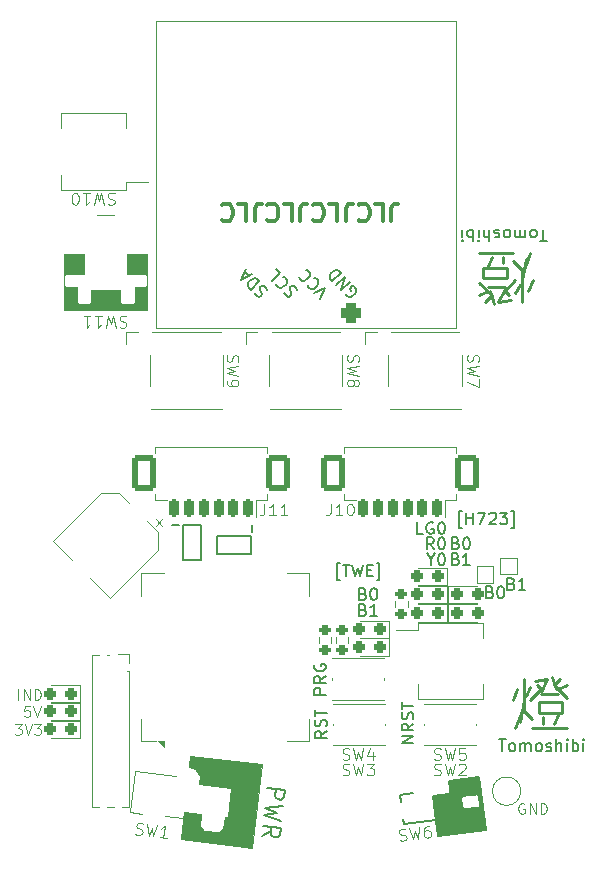
<source format=gbr>
%TF.GenerationSoftware,KiCad,Pcbnew,7.0.11*%
%TF.CreationDate,2025-06-24T23:57:38+09:00*%
%TF.ProjectId,2ndLayer_3rdLayer,326e644c-6179-4657-925f-3372644c6179,rev?*%
%TF.SameCoordinates,Original*%
%TF.FileFunction,Legend,Top*%
%TF.FilePolarity,Positive*%
%FSLAX46Y46*%
G04 Gerber Fmt 4.6, Leading zero omitted, Abs format (unit mm)*
G04 Created by KiCad (PCBNEW 7.0.11) date 2025-06-24 23:57:38*
%MOMM*%
%LPD*%
G01*
G04 APERTURE LIST*
G04 Aperture macros list*
%AMRoundRect*
0 Rectangle with rounded corners*
0 $1 Rounding radius*
0 $2 $3 $4 $5 $6 $7 $8 $9 X,Y pos of 4 corners*
0 Add a 4 corners polygon primitive as box body*
4,1,4,$2,$3,$4,$5,$6,$7,$8,$9,$2,$3,0*
0 Add four circle primitives for the rounded corners*
1,1,$1+$1,$2,$3*
1,1,$1+$1,$4,$5*
1,1,$1+$1,$6,$7*
1,1,$1+$1,$8,$9*
0 Add four rect primitives between the rounded corners*
20,1,$1+$1,$2,$3,$4,$5,0*
20,1,$1+$1,$4,$5,$6,$7,0*
20,1,$1+$1,$6,$7,$8,$9,0*
20,1,$1+$1,$8,$9,$2,$3,0*%
%AMHorizOval*
0 Thick line with rounded ends*
0 $1 width*
0 $2 $3 position (X,Y) of the first rounded end (center of the circle)*
0 $4 $5 position (X,Y) of the second rounded end (center of the circle)*
0 Add line between two ends*
20,1,$1,$2,$3,$4,$5,0*
0 Add two circle primitives to create the rounded ends*
1,1,$1,$2,$3*
1,1,$1,$4,$5*%
%AMRotRect*
0 Rectangle, with rotation*
0 The origin of the aperture is its center*
0 $1 length*
0 $2 width*
0 $3 Rotation angle, in degrees counterclockwise*
0 Add horizontal line*
21,1,$1,$2,0,0,$3*%
G04 Aperture macros list end*
%ADD10C,0.130000*%
%ADD11C,0.150000*%
%ADD12C,0.300000*%
%ADD13C,0.110000*%
%ADD14C,0.260000*%
%ADD15C,0.200000*%
%ADD16C,0.120000*%
%ADD17C,0.100000*%
%ADD18RoundRect,0.200000X0.275000X-0.200000X0.275000X0.200000X-0.275000X0.200000X-0.275000X-0.200000X0*%
%ADD19R,0.800000X1.000000*%
%ADD20R,1.500000X0.700000*%
%ADD21C,0.900000*%
%ADD22RoundRect,0.250000X0.671751X1.449569X-1.449569X-0.671751X-0.671751X-1.449569X1.449569X0.671751X0*%
%ADD23R,1.600000X0.760000*%
%ADD24RoundRect,0.237500X0.287500X0.237500X-0.287500X0.237500X-0.287500X-0.237500X0.287500X-0.237500X0*%
%ADD25R,1.050000X0.650000*%
%ADD26R,1.600000X1.400000*%
%ADD27HorizOval,3.100000X0.424264X0.424264X-0.424264X-0.424264X0*%
%ADD28O,0.900000X1.400000*%
%ADD29O,1.400000X0.900000*%
%ADD30O,1.200000X0.900000*%
%ADD31RoundRect,0.200000X0.200000X0.600000X-0.200000X0.600000X-0.200000X-0.600000X0.200000X-0.600000X0*%
%ADD32RoundRect,0.250001X0.799999X1.249999X-0.799999X1.249999X-0.799999X-1.249999X0.799999X-1.249999X0*%
%ADD33RoundRect,0.350000X-0.308129X0.387371X-0.387371X-0.308129X0.308129X-0.387371X0.387371X0.308129X0*%
%ADD34C,1.400000*%
%ADD35RoundRect,0.237500X-0.287500X-0.237500X0.287500X-0.237500X0.287500X0.237500X-0.287500X0.237500X0*%
%ADD36C,2.000000*%
%ADD37RotRect,0.970000X0.600000X97.000000*%
%ADD38RotRect,0.700000X1.150000X97.000000*%
%ADD39R,1.000000X1.000000*%
%ADD40RoundRect,0.425000X0.425000X0.425000X-0.425000X0.425000X-0.425000X-0.425000X0.425000X-0.425000X0*%
%ADD41C,1.700000*%
%ADD42R,0.575000X0.620000*%
%ADD43O,1.000000X1.000000*%
%ADD44R,0.620000X0.575000*%
%ADD45O,1.000000X2.100000*%
%ADD46O,1.000000X1.800000*%
%ADD47C,0.650000*%
G04 APERTURE END LIST*
D10*
X152745238Y-112682049D02*
X152888095Y-112729668D01*
X152888095Y-112729668D02*
X152935714Y-112777287D01*
X152935714Y-112777287D02*
X152983333Y-112872525D01*
X152983333Y-112872525D02*
X152983333Y-113015382D01*
X152983333Y-113015382D02*
X152935714Y-113110620D01*
X152935714Y-113110620D02*
X152888095Y-113158240D01*
X152888095Y-113158240D02*
X152792857Y-113205859D01*
X152792857Y-113205859D02*
X152411905Y-113205859D01*
X152411905Y-113205859D02*
X152411905Y-112205859D01*
X152411905Y-112205859D02*
X152745238Y-112205859D01*
X152745238Y-112205859D02*
X152840476Y-112253478D01*
X152840476Y-112253478D02*
X152888095Y-112301097D01*
X152888095Y-112301097D02*
X152935714Y-112396335D01*
X152935714Y-112396335D02*
X152935714Y-112491573D01*
X152935714Y-112491573D02*
X152888095Y-112586811D01*
X152888095Y-112586811D02*
X152840476Y-112634430D01*
X152840476Y-112634430D02*
X152745238Y-112682049D01*
X152745238Y-112682049D02*
X152411905Y-112682049D01*
X153935714Y-113205859D02*
X153364286Y-113205859D01*
X153650000Y-113205859D02*
X153650000Y-112205859D01*
X153650000Y-112205859D02*
X153554762Y-112348716D01*
X153554762Y-112348716D02*
X153459524Y-112443954D01*
X153459524Y-112443954D02*
X153364286Y-112491573D01*
X152745238Y-111332049D02*
X152888095Y-111379668D01*
X152888095Y-111379668D02*
X152935714Y-111427287D01*
X152935714Y-111427287D02*
X152983333Y-111522525D01*
X152983333Y-111522525D02*
X152983333Y-111665382D01*
X152983333Y-111665382D02*
X152935714Y-111760620D01*
X152935714Y-111760620D02*
X152888095Y-111808240D01*
X152888095Y-111808240D02*
X152792857Y-111855859D01*
X152792857Y-111855859D02*
X152411905Y-111855859D01*
X152411905Y-111855859D02*
X152411905Y-110855859D01*
X152411905Y-110855859D02*
X152745238Y-110855859D01*
X152745238Y-110855859D02*
X152840476Y-110903478D01*
X152840476Y-110903478D02*
X152888095Y-110951097D01*
X152888095Y-110951097D02*
X152935714Y-111046335D01*
X152935714Y-111046335D02*
X152935714Y-111141573D01*
X152935714Y-111141573D02*
X152888095Y-111236811D01*
X152888095Y-111236811D02*
X152840476Y-111284430D01*
X152840476Y-111284430D02*
X152745238Y-111332049D01*
X152745238Y-111332049D02*
X152411905Y-111332049D01*
X153602381Y-110855859D02*
X153697619Y-110855859D01*
X153697619Y-110855859D02*
X153792857Y-110903478D01*
X153792857Y-110903478D02*
X153840476Y-110951097D01*
X153840476Y-110951097D02*
X153888095Y-111046335D01*
X153888095Y-111046335D02*
X153935714Y-111236811D01*
X153935714Y-111236811D02*
X153935714Y-111474906D01*
X153935714Y-111474906D02*
X153888095Y-111665382D01*
X153888095Y-111665382D02*
X153840476Y-111760620D01*
X153840476Y-111760620D02*
X153792857Y-111808240D01*
X153792857Y-111808240D02*
X153697619Y-111855859D01*
X153697619Y-111855859D02*
X153602381Y-111855859D01*
X153602381Y-111855859D02*
X153507143Y-111808240D01*
X153507143Y-111808240D02*
X153459524Y-111760620D01*
X153459524Y-111760620D02*
X153411905Y-111665382D01*
X153411905Y-111665382D02*
X153364286Y-111474906D01*
X153364286Y-111474906D02*
X153364286Y-111236811D01*
X153364286Y-111236811D02*
X153411905Y-111046335D01*
X153411905Y-111046335D02*
X153459524Y-110951097D01*
X153459524Y-110951097D02*
X153507143Y-110903478D01*
X153507143Y-110903478D02*
X153602381Y-110855859D01*
X150633521Y-112729668D02*
X150633521Y-113205859D01*
X150300188Y-112205859D02*
X150633521Y-112729668D01*
X150633521Y-112729668D02*
X150966854Y-112205859D01*
X151490664Y-112205859D02*
X151585902Y-112205859D01*
X151585902Y-112205859D02*
X151681140Y-112253478D01*
X151681140Y-112253478D02*
X151728759Y-112301097D01*
X151728759Y-112301097D02*
X151776378Y-112396335D01*
X151776378Y-112396335D02*
X151823997Y-112586811D01*
X151823997Y-112586811D02*
X151823997Y-112824906D01*
X151823997Y-112824906D02*
X151776378Y-113015382D01*
X151776378Y-113015382D02*
X151728759Y-113110620D01*
X151728759Y-113110620D02*
X151681140Y-113158240D01*
X151681140Y-113158240D02*
X151585902Y-113205859D01*
X151585902Y-113205859D02*
X151490664Y-113205859D01*
X151490664Y-113205859D02*
X151395426Y-113158240D01*
X151395426Y-113158240D02*
X151347807Y-113110620D01*
X151347807Y-113110620D02*
X151300188Y-113015382D01*
X151300188Y-113015382D02*
X151252569Y-112824906D01*
X151252569Y-112824906D02*
X151252569Y-112586811D01*
X151252569Y-112586811D02*
X151300188Y-112396335D01*
X151300188Y-112396335D02*
X151347807Y-112301097D01*
X151347807Y-112301097D02*
X151395426Y-112253478D01*
X151395426Y-112253478D02*
X151490664Y-112205859D01*
X150871616Y-111855859D02*
X150538283Y-111379668D01*
X150300188Y-111855859D02*
X150300188Y-110855859D01*
X150300188Y-110855859D02*
X150681140Y-110855859D01*
X150681140Y-110855859D02*
X150776378Y-110903478D01*
X150776378Y-110903478D02*
X150823997Y-110951097D01*
X150823997Y-110951097D02*
X150871616Y-111046335D01*
X150871616Y-111046335D02*
X150871616Y-111189192D01*
X150871616Y-111189192D02*
X150823997Y-111284430D01*
X150823997Y-111284430D02*
X150776378Y-111332049D01*
X150776378Y-111332049D02*
X150681140Y-111379668D01*
X150681140Y-111379668D02*
X150300188Y-111379668D01*
X151490664Y-110855859D02*
X151585902Y-110855859D01*
X151585902Y-110855859D02*
X151681140Y-110903478D01*
X151681140Y-110903478D02*
X151728759Y-110951097D01*
X151728759Y-110951097D02*
X151776378Y-111046335D01*
X151776378Y-111046335D02*
X151823997Y-111236811D01*
X151823997Y-111236811D02*
X151823997Y-111474906D01*
X151823997Y-111474906D02*
X151776378Y-111665382D01*
X151776378Y-111665382D02*
X151728759Y-111760620D01*
X151728759Y-111760620D02*
X151681140Y-111808240D01*
X151681140Y-111808240D02*
X151585902Y-111855859D01*
X151585902Y-111855859D02*
X151490664Y-111855859D01*
X151490664Y-111855859D02*
X151395426Y-111808240D01*
X151395426Y-111808240D02*
X151347807Y-111760620D01*
X151347807Y-111760620D02*
X151300188Y-111665382D01*
X151300188Y-111665382D02*
X151252569Y-111474906D01*
X151252569Y-111474906D02*
X151252569Y-111236811D01*
X151252569Y-111236811D02*
X151300188Y-111046335D01*
X151300188Y-111046335D02*
X151347807Y-110951097D01*
X151347807Y-110951097D02*
X151395426Y-110903478D01*
X151395426Y-110903478D02*
X151490664Y-110855859D01*
X149966854Y-110555859D02*
X149490664Y-110555859D01*
X149490664Y-110555859D02*
X149490664Y-109555859D01*
X150823997Y-109603478D02*
X150728759Y-109555859D01*
X150728759Y-109555859D02*
X150585902Y-109555859D01*
X150585902Y-109555859D02*
X150443045Y-109603478D01*
X150443045Y-109603478D02*
X150347807Y-109698716D01*
X150347807Y-109698716D02*
X150300188Y-109793954D01*
X150300188Y-109793954D02*
X150252569Y-109984430D01*
X150252569Y-109984430D02*
X150252569Y-110127287D01*
X150252569Y-110127287D02*
X150300188Y-110317763D01*
X150300188Y-110317763D02*
X150347807Y-110413001D01*
X150347807Y-110413001D02*
X150443045Y-110508240D01*
X150443045Y-110508240D02*
X150585902Y-110555859D01*
X150585902Y-110555859D02*
X150681140Y-110555859D01*
X150681140Y-110555859D02*
X150823997Y-110508240D01*
X150823997Y-110508240D02*
X150871616Y-110460620D01*
X150871616Y-110460620D02*
X150871616Y-110127287D01*
X150871616Y-110127287D02*
X150681140Y-110127287D01*
X151490664Y-109555859D02*
X151585902Y-109555859D01*
X151585902Y-109555859D02*
X151681140Y-109603478D01*
X151681140Y-109603478D02*
X151728759Y-109651097D01*
X151728759Y-109651097D02*
X151776378Y-109746335D01*
X151776378Y-109746335D02*
X151823997Y-109936811D01*
X151823997Y-109936811D02*
X151823997Y-110174906D01*
X151823997Y-110174906D02*
X151776378Y-110365382D01*
X151776378Y-110365382D02*
X151728759Y-110460620D01*
X151728759Y-110460620D02*
X151681140Y-110508240D01*
X151681140Y-110508240D02*
X151585902Y-110555859D01*
X151585902Y-110555859D02*
X151490664Y-110555859D01*
X151490664Y-110555859D02*
X151395426Y-110508240D01*
X151395426Y-110508240D02*
X151347807Y-110460620D01*
X151347807Y-110460620D02*
X151300188Y-110365382D01*
X151300188Y-110365382D02*
X151252569Y-110174906D01*
X151252569Y-110174906D02*
X151252569Y-109936811D01*
X151252569Y-109936811D02*
X151300188Y-109746335D01*
X151300188Y-109746335D02*
X151347807Y-109651097D01*
X151347807Y-109651097D02*
X151395426Y-109603478D01*
X151395426Y-109603478D02*
X151490664Y-109555859D01*
X144895238Y-116982049D02*
X145038095Y-117029668D01*
X145038095Y-117029668D02*
X145085714Y-117077287D01*
X145085714Y-117077287D02*
X145133333Y-117172525D01*
X145133333Y-117172525D02*
X145133333Y-117315382D01*
X145133333Y-117315382D02*
X145085714Y-117410620D01*
X145085714Y-117410620D02*
X145038095Y-117458240D01*
X145038095Y-117458240D02*
X144942857Y-117505859D01*
X144942857Y-117505859D02*
X144561905Y-117505859D01*
X144561905Y-117505859D02*
X144561905Y-116505859D01*
X144561905Y-116505859D02*
X144895238Y-116505859D01*
X144895238Y-116505859D02*
X144990476Y-116553478D01*
X144990476Y-116553478D02*
X145038095Y-116601097D01*
X145038095Y-116601097D02*
X145085714Y-116696335D01*
X145085714Y-116696335D02*
X145085714Y-116791573D01*
X145085714Y-116791573D02*
X145038095Y-116886811D01*
X145038095Y-116886811D02*
X144990476Y-116934430D01*
X144990476Y-116934430D02*
X144895238Y-116982049D01*
X144895238Y-116982049D02*
X144561905Y-116982049D01*
X146085714Y-117505859D02*
X145514286Y-117505859D01*
X145800000Y-117505859D02*
X145800000Y-116505859D01*
X145800000Y-116505859D02*
X145704762Y-116648716D01*
X145704762Y-116648716D02*
X145609524Y-116743954D01*
X145609524Y-116743954D02*
X145514286Y-116791573D01*
X144895238Y-115632049D02*
X145038095Y-115679668D01*
X145038095Y-115679668D02*
X145085714Y-115727287D01*
X145085714Y-115727287D02*
X145133333Y-115822525D01*
X145133333Y-115822525D02*
X145133333Y-115965382D01*
X145133333Y-115965382D02*
X145085714Y-116060620D01*
X145085714Y-116060620D02*
X145038095Y-116108240D01*
X145038095Y-116108240D02*
X144942857Y-116155859D01*
X144942857Y-116155859D02*
X144561905Y-116155859D01*
X144561905Y-116155859D02*
X144561905Y-115155859D01*
X144561905Y-115155859D02*
X144895238Y-115155859D01*
X144895238Y-115155859D02*
X144990476Y-115203478D01*
X144990476Y-115203478D02*
X145038095Y-115251097D01*
X145038095Y-115251097D02*
X145085714Y-115346335D01*
X145085714Y-115346335D02*
X145085714Y-115441573D01*
X145085714Y-115441573D02*
X145038095Y-115536811D01*
X145038095Y-115536811D02*
X144990476Y-115584430D01*
X144990476Y-115584430D02*
X144895238Y-115632049D01*
X144895238Y-115632049D02*
X144561905Y-115632049D01*
X145752381Y-115155859D02*
X145847619Y-115155859D01*
X145847619Y-115155859D02*
X145942857Y-115203478D01*
X145942857Y-115203478D02*
X145990476Y-115251097D01*
X145990476Y-115251097D02*
X146038095Y-115346335D01*
X146038095Y-115346335D02*
X146085714Y-115536811D01*
X146085714Y-115536811D02*
X146085714Y-115774906D01*
X146085714Y-115774906D02*
X146038095Y-115965382D01*
X146038095Y-115965382D02*
X145990476Y-116060620D01*
X145990476Y-116060620D02*
X145942857Y-116108240D01*
X145942857Y-116108240D02*
X145847619Y-116155859D01*
X145847619Y-116155859D02*
X145752381Y-116155859D01*
X145752381Y-116155859D02*
X145657143Y-116108240D01*
X145657143Y-116108240D02*
X145609524Y-116060620D01*
X145609524Y-116060620D02*
X145561905Y-115965382D01*
X145561905Y-115965382D02*
X145514286Y-115774906D01*
X145514286Y-115774906D02*
X145514286Y-115536811D01*
X145514286Y-115536811D02*
X145561905Y-115346335D01*
X145561905Y-115346335D02*
X145609524Y-115251097D01*
X145609524Y-115251097D02*
X145657143Y-115203478D01*
X145657143Y-115203478D02*
X145752381Y-115155859D01*
D11*
X156407143Y-127954819D02*
X156978571Y-127954819D01*
X156692857Y-128954819D02*
X156692857Y-127954819D01*
X157454762Y-128954819D02*
X157359524Y-128907200D01*
X157359524Y-128907200D02*
X157311905Y-128859580D01*
X157311905Y-128859580D02*
X157264286Y-128764342D01*
X157264286Y-128764342D02*
X157264286Y-128478628D01*
X157264286Y-128478628D02*
X157311905Y-128383390D01*
X157311905Y-128383390D02*
X157359524Y-128335771D01*
X157359524Y-128335771D02*
X157454762Y-128288152D01*
X157454762Y-128288152D02*
X157597619Y-128288152D01*
X157597619Y-128288152D02*
X157692857Y-128335771D01*
X157692857Y-128335771D02*
X157740476Y-128383390D01*
X157740476Y-128383390D02*
X157788095Y-128478628D01*
X157788095Y-128478628D02*
X157788095Y-128764342D01*
X157788095Y-128764342D02*
X157740476Y-128859580D01*
X157740476Y-128859580D02*
X157692857Y-128907200D01*
X157692857Y-128907200D02*
X157597619Y-128954819D01*
X157597619Y-128954819D02*
X157454762Y-128954819D01*
X158216667Y-128954819D02*
X158216667Y-128288152D01*
X158216667Y-128383390D02*
X158264286Y-128335771D01*
X158264286Y-128335771D02*
X158359524Y-128288152D01*
X158359524Y-128288152D02*
X158502381Y-128288152D01*
X158502381Y-128288152D02*
X158597619Y-128335771D01*
X158597619Y-128335771D02*
X158645238Y-128431009D01*
X158645238Y-128431009D02*
X158645238Y-128954819D01*
X158645238Y-128431009D02*
X158692857Y-128335771D01*
X158692857Y-128335771D02*
X158788095Y-128288152D01*
X158788095Y-128288152D02*
X158930952Y-128288152D01*
X158930952Y-128288152D02*
X159026191Y-128335771D01*
X159026191Y-128335771D02*
X159073810Y-128431009D01*
X159073810Y-128431009D02*
X159073810Y-128954819D01*
X159692857Y-128954819D02*
X159597619Y-128907200D01*
X159597619Y-128907200D02*
X159550000Y-128859580D01*
X159550000Y-128859580D02*
X159502381Y-128764342D01*
X159502381Y-128764342D02*
X159502381Y-128478628D01*
X159502381Y-128478628D02*
X159550000Y-128383390D01*
X159550000Y-128383390D02*
X159597619Y-128335771D01*
X159597619Y-128335771D02*
X159692857Y-128288152D01*
X159692857Y-128288152D02*
X159835714Y-128288152D01*
X159835714Y-128288152D02*
X159930952Y-128335771D01*
X159930952Y-128335771D02*
X159978571Y-128383390D01*
X159978571Y-128383390D02*
X160026190Y-128478628D01*
X160026190Y-128478628D02*
X160026190Y-128764342D01*
X160026190Y-128764342D02*
X159978571Y-128859580D01*
X159978571Y-128859580D02*
X159930952Y-128907200D01*
X159930952Y-128907200D02*
X159835714Y-128954819D01*
X159835714Y-128954819D02*
X159692857Y-128954819D01*
X160407143Y-128907200D02*
X160502381Y-128954819D01*
X160502381Y-128954819D02*
X160692857Y-128954819D01*
X160692857Y-128954819D02*
X160788095Y-128907200D01*
X160788095Y-128907200D02*
X160835714Y-128811961D01*
X160835714Y-128811961D02*
X160835714Y-128764342D01*
X160835714Y-128764342D02*
X160788095Y-128669104D01*
X160788095Y-128669104D02*
X160692857Y-128621485D01*
X160692857Y-128621485D02*
X160550000Y-128621485D01*
X160550000Y-128621485D02*
X160454762Y-128573866D01*
X160454762Y-128573866D02*
X160407143Y-128478628D01*
X160407143Y-128478628D02*
X160407143Y-128431009D01*
X160407143Y-128431009D02*
X160454762Y-128335771D01*
X160454762Y-128335771D02*
X160550000Y-128288152D01*
X160550000Y-128288152D02*
X160692857Y-128288152D01*
X160692857Y-128288152D02*
X160788095Y-128335771D01*
X161264286Y-128954819D02*
X161264286Y-127954819D01*
X161692857Y-128954819D02*
X161692857Y-128431009D01*
X161692857Y-128431009D02*
X161645238Y-128335771D01*
X161645238Y-128335771D02*
X161550000Y-128288152D01*
X161550000Y-128288152D02*
X161407143Y-128288152D01*
X161407143Y-128288152D02*
X161311905Y-128335771D01*
X161311905Y-128335771D02*
X161264286Y-128383390D01*
X162169048Y-128954819D02*
X162169048Y-128288152D01*
X162169048Y-127954819D02*
X162121429Y-128002438D01*
X162121429Y-128002438D02*
X162169048Y-128050057D01*
X162169048Y-128050057D02*
X162216667Y-128002438D01*
X162216667Y-128002438D02*
X162169048Y-127954819D01*
X162169048Y-127954819D02*
X162169048Y-128050057D01*
X162645238Y-128954819D02*
X162645238Y-127954819D01*
X162645238Y-128335771D02*
X162740476Y-128288152D01*
X162740476Y-128288152D02*
X162930952Y-128288152D01*
X162930952Y-128288152D02*
X163026190Y-128335771D01*
X163026190Y-128335771D02*
X163073809Y-128383390D01*
X163073809Y-128383390D02*
X163121428Y-128478628D01*
X163121428Y-128478628D02*
X163121428Y-128764342D01*
X163121428Y-128764342D02*
X163073809Y-128859580D01*
X163073809Y-128859580D02*
X163026190Y-128907200D01*
X163026190Y-128907200D02*
X162930952Y-128954819D01*
X162930952Y-128954819D02*
X162740476Y-128954819D01*
X162740476Y-128954819D02*
X162645238Y-128907200D01*
X163550000Y-128954819D02*
X163550000Y-128288152D01*
X163550000Y-127954819D02*
X163502381Y-128002438D01*
X163502381Y-128002438D02*
X163550000Y-128050057D01*
X163550000Y-128050057D02*
X163597619Y-128002438D01*
X163597619Y-128002438D02*
X163550000Y-127954819D01*
X163550000Y-127954819D02*
X163550000Y-128050057D01*
D12*
X147303571Y-84101670D02*
X147303571Y-83030241D01*
X147303571Y-83030241D02*
X147375000Y-82815956D01*
X147375000Y-82815956D02*
X147517857Y-82673099D01*
X147517857Y-82673099D02*
X147732143Y-82601670D01*
X147732143Y-82601670D02*
X147875000Y-82601670D01*
X145875000Y-82601670D02*
X146589286Y-82601670D01*
X146589286Y-82601670D02*
X146589286Y-84101670D01*
X144517857Y-82744527D02*
X144589285Y-82673099D01*
X144589285Y-82673099D02*
X144803571Y-82601670D01*
X144803571Y-82601670D02*
X144946428Y-82601670D01*
X144946428Y-82601670D02*
X145160714Y-82673099D01*
X145160714Y-82673099D02*
X145303571Y-82815956D01*
X145303571Y-82815956D02*
X145375000Y-82958813D01*
X145375000Y-82958813D02*
X145446428Y-83244527D01*
X145446428Y-83244527D02*
X145446428Y-83458813D01*
X145446428Y-83458813D02*
X145375000Y-83744527D01*
X145375000Y-83744527D02*
X145303571Y-83887384D01*
X145303571Y-83887384D02*
X145160714Y-84030241D01*
X145160714Y-84030241D02*
X144946428Y-84101670D01*
X144946428Y-84101670D02*
X144803571Y-84101670D01*
X144803571Y-84101670D02*
X144589285Y-84030241D01*
X144589285Y-84030241D02*
X144517857Y-83958813D01*
X143446428Y-84101670D02*
X143446428Y-83030241D01*
X143446428Y-83030241D02*
X143517857Y-82815956D01*
X143517857Y-82815956D02*
X143660714Y-82673099D01*
X143660714Y-82673099D02*
X143875000Y-82601670D01*
X143875000Y-82601670D02*
X144017857Y-82601670D01*
X142017857Y-82601670D02*
X142732143Y-82601670D01*
X142732143Y-82601670D02*
X142732143Y-84101670D01*
X140660714Y-82744527D02*
X140732142Y-82673099D01*
X140732142Y-82673099D02*
X140946428Y-82601670D01*
X140946428Y-82601670D02*
X141089285Y-82601670D01*
X141089285Y-82601670D02*
X141303571Y-82673099D01*
X141303571Y-82673099D02*
X141446428Y-82815956D01*
X141446428Y-82815956D02*
X141517857Y-82958813D01*
X141517857Y-82958813D02*
X141589285Y-83244527D01*
X141589285Y-83244527D02*
X141589285Y-83458813D01*
X141589285Y-83458813D02*
X141517857Y-83744527D01*
X141517857Y-83744527D02*
X141446428Y-83887384D01*
X141446428Y-83887384D02*
X141303571Y-84030241D01*
X141303571Y-84030241D02*
X141089285Y-84101670D01*
X141089285Y-84101670D02*
X140946428Y-84101670D01*
X140946428Y-84101670D02*
X140732142Y-84030241D01*
X140732142Y-84030241D02*
X140660714Y-83958813D01*
X139589285Y-84101670D02*
X139589285Y-83030241D01*
X139589285Y-83030241D02*
X139660714Y-82815956D01*
X139660714Y-82815956D02*
X139803571Y-82673099D01*
X139803571Y-82673099D02*
X140017857Y-82601670D01*
X140017857Y-82601670D02*
X140160714Y-82601670D01*
X138160714Y-82601670D02*
X138875000Y-82601670D01*
X138875000Y-82601670D02*
X138875000Y-84101670D01*
X136803571Y-82744527D02*
X136874999Y-82673099D01*
X136874999Y-82673099D02*
X137089285Y-82601670D01*
X137089285Y-82601670D02*
X137232142Y-82601670D01*
X137232142Y-82601670D02*
X137446428Y-82673099D01*
X137446428Y-82673099D02*
X137589285Y-82815956D01*
X137589285Y-82815956D02*
X137660714Y-82958813D01*
X137660714Y-82958813D02*
X137732142Y-83244527D01*
X137732142Y-83244527D02*
X137732142Y-83458813D01*
X137732142Y-83458813D02*
X137660714Y-83744527D01*
X137660714Y-83744527D02*
X137589285Y-83887384D01*
X137589285Y-83887384D02*
X137446428Y-84030241D01*
X137446428Y-84030241D02*
X137232142Y-84101670D01*
X137232142Y-84101670D02*
X137089285Y-84101670D01*
X137089285Y-84101670D02*
X136874999Y-84030241D01*
X136874999Y-84030241D02*
X136803571Y-83958813D01*
X135732142Y-84101670D02*
X135732142Y-83030241D01*
X135732142Y-83030241D02*
X135803571Y-82815956D01*
X135803571Y-82815956D02*
X135946428Y-82673099D01*
X135946428Y-82673099D02*
X136160714Y-82601670D01*
X136160714Y-82601670D02*
X136303571Y-82601670D01*
X134303571Y-82601670D02*
X135017857Y-82601670D01*
X135017857Y-82601670D02*
X135017857Y-84101670D01*
X132946428Y-82744527D02*
X133017856Y-82673099D01*
X133017856Y-82673099D02*
X133232142Y-82601670D01*
X133232142Y-82601670D02*
X133374999Y-82601670D01*
X133374999Y-82601670D02*
X133589285Y-82673099D01*
X133589285Y-82673099D02*
X133732142Y-82815956D01*
X133732142Y-82815956D02*
X133803571Y-82958813D01*
X133803571Y-82958813D02*
X133874999Y-83244527D01*
X133874999Y-83244527D02*
X133874999Y-83458813D01*
X133874999Y-83458813D02*
X133803571Y-83744527D01*
X133803571Y-83744527D02*
X133732142Y-83887384D01*
X133732142Y-83887384D02*
X133589285Y-84030241D01*
X133589285Y-84030241D02*
X133374999Y-84101670D01*
X133374999Y-84101670D02*
X133232142Y-84101670D01*
X133232142Y-84101670D02*
X133017856Y-84030241D01*
X133017856Y-84030241D02*
X132946428Y-83958813D01*
D13*
X116691917Y-125160637D02*
X116263345Y-125160637D01*
X116263345Y-125160637D02*
X116220488Y-125589208D01*
X116220488Y-125589208D02*
X116263345Y-125546351D01*
X116263345Y-125546351D02*
X116349060Y-125503494D01*
X116349060Y-125503494D02*
X116563345Y-125503494D01*
X116563345Y-125503494D02*
X116649060Y-125546351D01*
X116649060Y-125546351D02*
X116691917Y-125589208D01*
X116691917Y-125589208D02*
X116734774Y-125674922D01*
X116734774Y-125674922D02*
X116734774Y-125889208D01*
X116734774Y-125889208D02*
X116691917Y-125974922D01*
X116691917Y-125974922D02*
X116649060Y-126017780D01*
X116649060Y-126017780D02*
X116563345Y-126060637D01*
X116563345Y-126060637D02*
X116349060Y-126060637D01*
X116349060Y-126060637D02*
X116263345Y-126017780D01*
X116263345Y-126017780D02*
X116220488Y-125974922D01*
X116991917Y-125160637D02*
X117291917Y-126060637D01*
X117291917Y-126060637D02*
X117591917Y-125160637D01*
D10*
X153254761Y-110089192D02*
X153016666Y-110089192D01*
X153016666Y-110089192D02*
X153016666Y-108660620D01*
X153016666Y-108660620D02*
X153254761Y-108660620D01*
X153635714Y-109755859D02*
X153635714Y-108755859D01*
X153635714Y-109232049D02*
X154207142Y-109232049D01*
X154207142Y-109755859D02*
X154207142Y-108755859D01*
X154588095Y-108755859D02*
X155254761Y-108755859D01*
X155254761Y-108755859D02*
X154826190Y-109755859D01*
X155588095Y-108851097D02*
X155635714Y-108803478D01*
X155635714Y-108803478D02*
X155730952Y-108755859D01*
X155730952Y-108755859D02*
X155969047Y-108755859D01*
X155969047Y-108755859D02*
X156064285Y-108803478D01*
X156064285Y-108803478D02*
X156111904Y-108851097D01*
X156111904Y-108851097D02*
X156159523Y-108946335D01*
X156159523Y-108946335D02*
X156159523Y-109041573D01*
X156159523Y-109041573D02*
X156111904Y-109184430D01*
X156111904Y-109184430D02*
X155540476Y-109755859D01*
X155540476Y-109755859D02*
X156159523Y-109755859D01*
X156492857Y-108755859D02*
X157111904Y-108755859D01*
X157111904Y-108755859D02*
X156778571Y-109136811D01*
X156778571Y-109136811D02*
X156921428Y-109136811D01*
X156921428Y-109136811D02*
X157016666Y-109184430D01*
X157016666Y-109184430D02*
X157064285Y-109232049D01*
X157064285Y-109232049D02*
X157111904Y-109327287D01*
X157111904Y-109327287D02*
X157111904Y-109565382D01*
X157111904Y-109565382D02*
X157064285Y-109660620D01*
X157064285Y-109660620D02*
X157016666Y-109708240D01*
X157016666Y-109708240D02*
X156921428Y-109755859D01*
X156921428Y-109755859D02*
X156635714Y-109755859D01*
X156635714Y-109755859D02*
X156540476Y-109708240D01*
X156540476Y-109708240D02*
X156492857Y-109660620D01*
X157445238Y-110089192D02*
X157683333Y-110089192D01*
X157683333Y-110089192D02*
X157683333Y-108660620D01*
X157683333Y-108660620D02*
X157445238Y-108660620D01*
D14*
X156890476Y-89650805D02*
X155442857Y-89650805D01*
X157071428Y-88022234D02*
X155080952Y-88022234D01*
X157614285Y-86755567D02*
X154719047Y-86755567D01*
X157071428Y-88926996D02*
X157071428Y-88022234D01*
X157071428Y-88926996D02*
X155080952Y-88926996D01*
X155080952Y-88926996D02*
X155080952Y-88022234D01*
X158338095Y-90917472D02*
X158338095Y-88203186D01*
X158338095Y-88203186D02*
X157614285Y-87479377D01*
X155804762Y-90374615D02*
X154719047Y-89288900D01*
X154719047Y-90374615D02*
X155442857Y-90012710D01*
X157252381Y-90374615D02*
X156890476Y-90012710D01*
X156890476Y-90012710D02*
X157795238Y-89107948D01*
X155261904Y-90917472D02*
X155804762Y-90374615D01*
X156709523Y-87660329D02*
X156709523Y-87117472D01*
X155985714Y-91098424D02*
X155623809Y-90012710D01*
X155442857Y-87841281D02*
X155804762Y-87117472D01*
X157795238Y-90193662D02*
X158157142Y-89469853D01*
X158519047Y-88203186D02*
X159061904Y-86755567D01*
X157433333Y-90736520D02*
X156347619Y-90917472D01*
X156347619Y-90917472D02*
X156890476Y-89831758D01*
X158880952Y-90012710D02*
X159242857Y-89107948D01*
X158338095Y-89107948D02*
X158700000Y-87298424D01*
D10*
X155645238Y-115482049D02*
X155788095Y-115529668D01*
X155788095Y-115529668D02*
X155835714Y-115577287D01*
X155835714Y-115577287D02*
X155883333Y-115672525D01*
X155883333Y-115672525D02*
X155883333Y-115815382D01*
X155883333Y-115815382D02*
X155835714Y-115910620D01*
X155835714Y-115910620D02*
X155788095Y-115958240D01*
X155788095Y-115958240D02*
X155692857Y-116005859D01*
X155692857Y-116005859D02*
X155311905Y-116005859D01*
X155311905Y-116005859D02*
X155311905Y-115005859D01*
X155311905Y-115005859D02*
X155645238Y-115005859D01*
X155645238Y-115005859D02*
X155740476Y-115053478D01*
X155740476Y-115053478D02*
X155788095Y-115101097D01*
X155788095Y-115101097D02*
X155835714Y-115196335D01*
X155835714Y-115196335D02*
X155835714Y-115291573D01*
X155835714Y-115291573D02*
X155788095Y-115386811D01*
X155788095Y-115386811D02*
X155740476Y-115434430D01*
X155740476Y-115434430D02*
X155645238Y-115482049D01*
X155645238Y-115482049D02*
X155311905Y-115482049D01*
X156502381Y-115005859D02*
X156597619Y-115005859D01*
X156597619Y-115005859D02*
X156692857Y-115053478D01*
X156692857Y-115053478D02*
X156740476Y-115101097D01*
X156740476Y-115101097D02*
X156788095Y-115196335D01*
X156788095Y-115196335D02*
X156835714Y-115386811D01*
X156835714Y-115386811D02*
X156835714Y-115624906D01*
X156835714Y-115624906D02*
X156788095Y-115815382D01*
X156788095Y-115815382D02*
X156740476Y-115910620D01*
X156740476Y-115910620D02*
X156692857Y-115958240D01*
X156692857Y-115958240D02*
X156597619Y-116005859D01*
X156597619Y-116005859D02*
X156502381Y-116005859D01*
X156502381Y-116005859D02*
X156407143Y-115958240D01*
X156407143Y-115958240D02*
X156359524Y-115910620D01*
X156359524Y-115910620D02*
X156311905Y-115815382D01*
X156311905Y-115815382D02*
X156264286Y-115624906D01*
X156264286Y-115624906D02*
X156264286Y-115386811D01*
X156264286Y-115386811D02*
X156311905Y-115196335D01*
X156311905Y-115196335D02*
X156359524Y-115101097D01*
X156359524Y-115101097D02*
X156407143Y-115053478D01*
X156407143Y-115053478D02*
X156502381Y-115005859D01*
X142952380Y-114489192D02*
X142714285Y-114489192D01*
X142714285Y-114489192D02*
X142714285Y-113060620D01*
X142714285Y-113060620D02*
X142952380Y-113060620D01*
X143190476Y-113155859D02*
X143761904Y-113155859D01*
X143476190Y-114155859D02*
X143476190Y-113155859D01*
X144000000Y-113155859D02*
X144238095Y-114155859D01*
X144238095Y-114155859D02*
X144428571Y-113441573D01*
X144428571Y-113441573D02*
X144619047Y-114155859D01*
X144619047Y-114155859D02*
X144857143Y-113155859D01*
X145238095Y-113632049D02*
X145571428Y-113632049D01*
X145714285Y-114155859D02*
X145238095Y-114155859D01*
X145238095Y-114155859D02*
X145238095Y-113155859D01*
X145238095Y-113155859D02*
X145714285Y-113155859D01*
X146047619Y-114489192D02*
X146285714Y-114489192D01*
X146285714Y-114489192D02*
X146285714Y-113060620D01*
X146285714Y-113060620D02*
X146047619Y-113060620D01*
D15*
X136797271Y-132085478D02*
X138287629Y-132255283D01*
X138287629Y-132255283D02*
X138222941Y-132823038D01*
X138222941Y-132823038D02*
X138135800Y-132956891D01*
X138135800Y-132956891D02*
X138056745Y-133019775D01*
X138056745Y-133019775D02*
X137906720Y-133074572D01*
X137906720Y-133074572D02*
X137693812Y-133050314D01*
X137693812Y-133050314D02*
X137559959Y-132963173D01*
X137559959Y-132963173D02*
X137497075Y-132884118D01*
X137497075Y-132884118D02*
X137442278Y-132734093D01*
X137442278Y-132734093D02*
X137506965Y-132166337D01*
X138133996Y-133603702D02*
X136603209Y-133788744D01*
X136603209Y-133788744D02*
X137635406Y-134193911D01*
X137635406Y-134193911D02*
X136538521Y-134356499D01*
X136538521Y-134356499D02*
X137988449Y-134881151D01*
X136336372Y-136130735D02*
X137102668Y-135714809D01*
X136433404Y-135279102D02*
X137923761Y-135448907D01*
X137923761Y-135448907D02*
X137859074Y-136016662D01*
X137859074Y-136016662D02*
X137771933Y-136150515D01*
X137771933Y-136150515D02*
X137692877Y-136213399D01*
X137692877Y-136213399D02*
X137542852Y-136268196D01*
X137542852Y-136268196D02*
X137329944Y-136243938D01*
X137329944Y-136243938D02*
X137196091Y-136156797D01*
X137196091Y-136156797D02*
X137133208Y-136077742D01*
X137133208Y-136077742D02*
X137078410Y-135927717D01*
X137078410Y-135927717D02*
X137143098Y-135359962D01*
D10*
X149155859Y-128242856D02*
X148155859Y-128242856D01*
X148155859Y-128242856D02*
X149155859Y-127671428D01*
X149155859Y-127671428D02*
X148155859Y-127671428D01*
X149155859Y-126623809D02*
X148679668Y-126957142D01*
X149155859Y-127195237D02*
X148155859Y-127195237D01*
X148155859Y-127195237D02*
X148155859Y-126814285D01*
X148155859Y-126814285D02*
X148203478Y-126719047D01*
X148203478Y-126719047D02*
X148251097Y-126671428D01*
X148251097Y-126671428D02*
X148346335Y-126623809D01*
X148346335Y-126623809D02*
X148489192Y-126623809D01*
X148489192Y-126623809D02*
X148584430Y-126671428D01*
X148584430Y-126671428D02*
X148632049Y-126719047D01*
X148632049Y-126719047D02*
X148679668Y-126814285D01*
X148679668Y-126814285D02*
X148679668Y-127195237D01*
X149108240Y-126242856D02*
X149155859Y-126099999D01*
X149155859Y-126099999D02*
X149155859Y-125861904D01*
X149155859Y-125861904D02*
X149108240Y-125766666D01*
X149108240Y-125766666D02*
X149060620Y-125719047D01*
X149060620Y-125719047D02*
X148965382Y-125671428D01*
X148965382Y-125671428D02*
X148870144Y-125671428D01*
X148870144Y-125671428D02*
X148774906Y-125719047D01*
X148774906Y-125719047D02*
X148727287Y-125766666D01*
X148727287Y-125766666D02*
X148679668Y-125861904D01*
X148679668Y-125861904D02*
X148632049Y-126052380D01*
X148632049Y-126052380D02*
X148584430Y-126147618D01*
X148584430Y-126147618D02*
X148536811Y-126195237D01*
X148536811Y-126195237D02*
X148441573Y-126242856D01*
X148441573Y-126242856D02*
X148346335Y-126242856D01*
X148346335Y-126242856D02*
X148251097Y-126195237D01*
X148251097Y-126195237D02*
X148203478Y-126147618D01*
X148203478Y-126147618D02*
X148155859Y-126052380D01*
X148155859Y-126052380D02*
X148155859Y-125814285D01*
X148155859Y-125814285D02*
X148203478Y-125671428D01*
X148155859Y-125385713D02*
X148155859Y-124814285D01*
X149155859Y-125099999D02*
X148155859Y-125099999D01*
X157445238Y-114782049D02*
X157588095Y-114829668D01*
X157588095Y-114829668D02*
X157635714Y-114877287D01*
X157635714Y-114877287D02*
X157683333Y-114972525D01*
X157683333Y-114972525D02*
X157683333Y-115115382D01*
X157683333Y-115115382D02*
X157635714Y-115210620D01*
X157635714Y-115210620D02*
X157588095Y-115258240D01*
X157588095Y-115258240D02*
X157492857Y-115305859D01*
X157492857Y-115305859D02*
X157111905Y-115305859D01*
X157111905Y-115305859D02*
X157111905Y-114305859D01*
X157111905Y-114305859D02*
X157445238Y-114305859D01*
X157445238Y-114305859D02*
X157540476Y-114353478D01*
X157540476Y-114353478D02*
X157588095Y-114401097D01*
X157588095Y-114401097D02*
X157635714Y-114496335D01*
X157635714Y-114496335D02*
X157635714Y-114591573D01*
X157635714Y-114591573D02*
X157588095Y-114686811D01*
X157588095Y-114686811D02*
X157540476Y-114734430D01*
X157540476Y-114734430D02*
X157445238Y-114782049D01*
X157445238Y-114782049D02*
X157111905Y-114782049D01*
X158635714Y-115305859D02*
X158064286Y-115305859D01*
X158350000Y-115305859D02*
X158350000Y-114305859D01*
X158350000Y-114305859D02*
X158254762Y-114448716D01*
X158254762Y-114448716D02*
X158159524Y-114543954D01*
X158159524Y-114543954D02*
X158064286Y-114591573D01*
X141755859Y-124161904D02*
X140755859Y-124161904D01*
X140755859Y-124161904D02*
X140755859Y-123780952D01*
X140755859Y-123780952D02*
X140803478Y-123685714D01*
X140803478Y-123685714D02*
X140851097Y-123638095D01*
X140851097Y-123638095D02*
X140946335Y-123590476D01*
X140946335Y-123590476D02*
X141089192Y-123590476D01*
X141089192Y-123590476D02*
X141184430Y-123638095D01*
X141184430Y-123638095D02*
X141232049Y-123685714D01*
X141232049Y-123685714D02*
X141279668Y-123780952D01*
X141279668Y-123780952D02*
X141279668Y-124161904D01*
X141755859Y-122590476D02*
X141279668Y-122923809D01*
X141755859Y-123161904D02*
X140755859Y-123161904D01*
X140755859Y-123161904D02*
X140755859Y-122780952D01*
X140755859Y-122780952D02*
X140803478Y-122685714D01*
X140803478Y-122685714D02*
X140851097Y-122638095D01*
X140851097Y-122638095D02*
X140946335Y-122590476D01*
X140946335Y-122590476D02*
X141089192Y-122590476D01*
X141089192Y-122590476D02*
X141184430Y-122638095D01*
X141184430Y-122638095D02*
X141232049Y-122685714D01*
X141232049Y-122685714D02*
X141279668Y-122780952D01*
X141279668Y-122780952D02*
X141279668Y-123161904D01*
X140803478Y-121638095D02*
X140755859Y-121733333D01*
X140755859Y-121733333D02*
X140755859Y-121876190D01*
X140755859Y-121876190D02*
X140803478Y-122019047D01*
X140803478Y-122019047D02*
X140898716Y-122114285D01*
X140898716Y-122114285D02*
X140993954Y-122161904D01*
X140993954Y-122161904D02*
X141184430Y-122209523D01*
X141184430Y-122209523D02*
X141327287Y-122209523D01*
X141327287Y-122209523D02*
X141517763Y-122161904D01*
X141517763Y-122161904D02*
X141613001Y-122114285D01*
X141613001Y-122114285D02*
X141708240Y-122019047D01*
X141708240Y-122019047D02*
X141755859Y-121876190D01*
X141755859Y-121876190D02*
X141755859Y-121780952D01*
X141755859Y-121780952D02*
X141708240Y-121638095D01*
X141708240Y-121638095D02*
X141660620Y-121590476D01*
X141660620Y-121590476D02*
X141327287Y-121590476D01*
X141327287Y-121590476D02*
X141327287Y-121780952D01*
X141805859Y-127247619D02*
X141329668Y-127580952D01*
X141805859Y-127819047D02*
X140805859Y-127819047D01*
X140805859Y-127819047D02*
X140805859Y-127438095D01*
X140805859Y-127438095D02*
X140853478Y-127342857D01*
X140853478Y-127342857D02*
X140901097Y-127295238D01*
X140901097Y-127295238D02*
X140996335Y-127247619D01*
X140996335Y-127247619D02*
X141139192Y-127247619D01*
X141139192Y-127247619D02*
X141234430Y-127295238D01*
X141234430Y-127295238D02*
X141282049Y-127342857D01*
X141282049Y-127342857D02*
X141329668Y-127438095D01*
X141329668Y-127438095D02*
X141329668Y-127819047D01*
X141758240Y-126866666D02*
X141805859Y-126723809D01*
X141805859Y-126723809D02*
X141805859Y-126485714D01*
X141805859Y-126485714D02*
X141758240Y-126390476D01*
X141758240Y-126390476D02*
X141710620Y-126342857D01*
X141710620Y-126342857D02*
X141615382Y-126295238D01*
X141615382Y-126295238D02*
X141520144Y-126295238D01*
X141520144Y-126295238D02*
X141424906Y-126342857D01*
X141424906Y-126342857D02*
X141377287Y-126390476D01*
X141377287Y-126390476D02*
X141329668Y-126485714D01*
X141329668Y-126485714D02*
X141282049Y-126676190D01*
X141282049Y-126676190D02*
X141234430Y-126771428D01*
X141234430Y-126771428D02*
X141186811Y-126819047D01*
X141186811Y-126819047D02*
X141091573Y-126866666D01*
X141091573Y-126866666D02*
X140996335Y-126866666D01*
X140996335Y-126866666D02*
X140901097Y-126819047D01*
X140901097Y-126819047D02*
X140853478Y-126771428D01*
X140853478Y-126771428D02*
X140805859Y-126676190D01*
X140805859Y-126676190D02*
X140805859Y-126438095D01*
X140805859Y-126438095D02*
X140853478Y-126295238D01*
X140805859Y-126009523D02*
X140805859Y-125438095D01*
X141805859Y-125723809D02*
X140805859Y-125723809D01*
D11*
X160442856Y-85795180D02*
X159871428Y-85795180D01*
X160157142Y-84795180D02*
X160157142Y-85795180D01*
X159395237Y-84795180D02*
X159490475Y-84842800D01*
X159490475Y-84842800D02*
X159538094Y-84890419D01*
X159538094Y-84890419D02*
X159585713Y-84985657D01*
X159585713Y-84985657D02*
X159585713Y-85271371D01*
X159585713Y-85271371D02*
X159538094Y-85366609D01*
X159538094Y-85366609D02*
X159490475Y-85414228D01*
X159490475Y-85414228D02*
X159395237Y-85461847D01*
X159395237Y-85461847D02*
X159252380Y-85461847D01*
X159252380Y-85461847D02*
X159157142Y-85414228D01*
X159157142Y-85414228D02*
X159109523Y-85366609D01*
X159109523Y-85366609D02*
X159061904Y-85271371D01*
X159061904Y-85271371D02*
X159061904Y-84985657D01*
X159061904Y-84985657D02*
X159109523Y-84890419D01*
X159109523Y-84890419D02*
X159157142Y-84842800D01*
X159157142Y-84842800D02*
X159252380Y-84795180D01*
X159252380Y-84795180D02*
X159395237Y-84795180D01*
X158633332Y-84795180D02*
X158633332Y-85461847D01*
X158633332Y-85366609D02*
X158585713Y-85414228D01*
X158585713Y-85414228D02*
X158490475Y-85461847D01*
X158490475Y-85461847D02*
X158347618Y-85461847D01*
X158347618Y-85461847D02*
X158252380Y-85414228D01*
X158252380Y-85414228D02*
X158204761Y-85318990D01*
X158204761Y-85318990D02*
X158204761Y-84795180D01*
X158204761Y-85318990D02*
X158157142Y-85414228D01*
X158157142Y-85414228D02*
X158061904Y-85461847D01*
X158061904Y-85461847D02*
X157919047Y-85461847D01*
X157919047Y-85461847D02*
X157823808Y-85414228D01*
X157823808Y-85414228D02*
X157776189Y-85318990D01*
X157776189Y-85318990D02*
X157776189Y-84795180D01*
X157157142Y-84795180D02*
X157252380Y-84842800D01*
X157252380Y-84842800D02*
X157299999Y-84890419D01*
X157299999Y-84890419D02*
X157347618Y-84985657D01*
X157347618Y-84985657D02*
X157347618Y-85271371D01*
X157347618Y-85271371D02*
X157299999Y-85366609D01*
X157299999Y-85366609D02*
X157252380Y-85414228D01*
X157252380Y-85414228D02*
X157157142Y-85461847D01*
X157157142Y-85461847D02*
X157014285Y-85461847D01*
X157014285Y-85461847D02*
X156919047Y-85414228D01*
X156919047Y-85414228D02*
X156871428Y-85366609D01*
X156871428Y-85366609D02*
X156823809Y-85271371D01*
X156823809Y-85271371D02*
X156823809Y-84985657D01*
X156823809Y-84985657D02*
X156871428Y-84890419D01*
X156871428Y-84890419D02*
X156919047Y-84842800D01*
X156919047Y-84842800D02*
X157014285Y-84795180D01*
X157014285Y-84795180D02*
X157157142Y-84795180D01*
X156442856Y-84842800D02*
X156347618Y-84795180D01*
X156347618Y-84795180D02*
X156157142Y-84795180D01*
X156157142Y-84795180D02*
X156061904Y-84842800D01*
X156061904Y-84842800D02*
X156014285Y-84938038D01*
X156014285Y-84938038D02*
X156014285Y-84985657D01*
X156014285Y-84985657D02*
X156061904Y-85080895D01*
X156061904Y-85080895D02*
X156157142Y-85128514D01*
X156157142Y-85128514D02*
X156299999Y-85128514D01*
X156299999Y-85128514D02*
X156395237Y-85176133D01*
X156395237Y-85176133D02*
X156442856Y-85271371D01*
X156442856Y-85271371D02*
X156442856Y-85318990D01*
X156442856Y-85318990D02*
X156395237Y-85414228D01*
X156395237Y-85414228D02*
X156299999Y-85461847D01*
X156299999Y-85461847D02*
X156157142Y-85461847D01*
X156157142Y-85461847D02*
X156061904Y-85414228D01*
X155585713Y-84795180D02*
X155585713Y-85795180D01*
X155157142Y-84795180D02*
X155157142Y-85318990D01*
X155157142Y-85318990D02*
X155204761Y-85414228D01*
X155204761Y-85414228D02*
X155299999Y-85461847D01*
X155299999Y-85461847D02*
X155442856Y-85461847D01*
X155442856Y-85461847D02*
X155538094Y-85414228D01*
X155538094Y-85414228D02*
X155585713Y-85366609D01*
X154680951Y-84795180D02*
X154680951Y-85461847D01*
X154680951Y-85795180D02*
X154728570Y-85747561D01*
X154728570Y-85747561D02*
X154680951Y-85699942D01*
X154680951Y-85699942D02*
X154633332Y-85747561D01*
X154633332Y-85747561D02*
X154680951Y-85795180D01*
X154680951Y-85795180D02*
X154680951Y-85699942D01*
X154204761Y-84795180D02*
X154204761Y-85795180D01*
X154204761Y-85414228D02*
X154109523Y-85461847D01*
X154109523Y-85461847D02*
X153919047Y-85461847D01*
X153919047Y-85461847D02*
X153823809Y-85414228D01*
X153823809Y-85414228D02*
X153776190Y-85366609D01*
X153776190Y-85366609D02*
X153728571Y-85271371D01*
X153728571Y-85271371D02*
X153728571Y-84985657D01*
X153728571Y-84985657D02*
X153776190Y-84890419D01*
X153776190Y-84890419D02*
X153823809Y-84842800D01*
X153823809Y-84842800D02*
X153919047Y-84795180D01*
X153919047Y-84795180D02*
X154109523Y-84795180D01*
X154109523Y-84795180D02*
X154204761Y-84842800D01*
X153299999Y-84795180D02*
X153299999Y-85461847D01*
X153299999Y-85795180D02*
X153347618Y-85747561D01*
X153347618Y-85747561D02*
X153299999Y-85699942D01*
X153299999Y-85699942D02*
X153252380Y-85747561D01*
X153252380Y-85747561D02*
X153299999Y-85795180D01*
X153299999Y-85795180D02*
X153299999Y-85699942D01*
D13*
X115420488Y-126660637D02*
X115977631Y-126660637D01*
X115977631Y-126660637D02*
X115677631Y-127003494D01*
X115677631Y-127003494D02*
X115806202Y-127003494D01*
X115806202Y-127003494D02*
X115891917Y-127046351D01*
X115891917Y-127046351D02*
X115934774Y-127089208D01*
X115934774Y-127089208D02*
X115977631Y-127174922D01*
X115977631Y-127174922D02*
X115977631Y-127389208D01*
X115977631Y-127389208D02*
X115934774Y-127474922D01*
X115934774Y-127474922D02*
X115891917Y-127517780D01*
X115891917Y-127517780D02*
X115806202Y-127560637D01*
X115806202Y-127560637D02*
X115549059Y-127560637D01*
X115549059Y-127560637D02*
X115463345Y-127517780D01*
X115463345Y-127517780D02*
X115420488Y-127474922D01*
X116234774Y-126660637D02*
X116534774Y-127560637D01*
X116534774Y-127560637D02*
X116834774Y-126660637D01*
X117049060Y-126660637D02*
X117606203Y-126660637D01*
X117606203Y-126660637D02*
X117306203Y-127003494D01*
X117306203Y-127003494D02*
X117434774Y-127003494D01*
X117434774Y-127003494D02*
X117520489Y-127046351D01*
X117520489Y-127046351D02*
X117563346Y-127089208D01*
X117563346Y-127089208D02*
X117606203Y-127174922D01*
X117606203Y-127174922D02*
X117606203Y-127389208D01*
X117606203Y-127389208D02*
X117563346Y-127474922D01*
X117563346Y-127474922D02*
X117520489Y-127517780D01*
X117520489Y-127517780D02*
X117434774Y-127560637D01*
X117434774Y-127560637D02*
X117177631Y-127560637D01*
X117177631Y-127560637D02*
X117091917Y-127517780D01*
X117091917Y-127517780D02*
X117049060Y-127474922D01*
X158564286Y-133403494D02*
X158478572Y-133360637D01*
X158478572Y-133360637D02*
X158350000Y-133360637D01*
X158350000Y-133360637D02*
X158221429Y-133403494D01*
X158221429Y-133403494D02*
X158135714Y-133489208D01*
X158135714Y-133489208D02*
X158092857Y-133574922D01*
X158092857Y-133574922D02*
X158050000Y-133746351D01*
X158050000Y-133746351D02*
X158050000Y-133874922D01*
X158050000Y-133874922D02*
X158092857Y-134046351D01*
X158092857Y-134046351D02*
X158135714Y-134132065D01*
X158135714Y-134132065D02*
X158221429Y-134217780D01*
X158221429Y-134217780D02*
X158350000Y-134260637D01*
X158350000Y-134260637D02*
X158435714Y-134260637D01*
X158435714Y-134260637D02*
X158564286Y-134217780D01*
X158564286Y-134217780D02*
X158607143Y-134174922D01*
X158607143Y-134174922D02*
X158607143Y-133874922D01*
X158607143Y-133874922D02*
X158435714Y-133874922D01*
X158992857Y-134260637D02*
X158992857Y-133360637D01*
X158992857Y-133360637D02*
X159507143Y-134260637D01*
X159507143Y-134260637D02*
X159507143Y-133360637D01*
X159935714Y-134260637D02*
X159935714Y-133360637D01*
X159935714Y-133360637D02*
X160150000Y-133360637D01*
X160150000Y-133360637D02*
X160278571Y-133403494D01*
X160278571Y-133403494D02*
X160364286Y-133489208D01*
X160364286Y-133489208D02*
X160407143Y-133574922D01*
X160407143Y-133574922D02*
X160450000Y-133746351D01*
X160450000Y-133746351D02*
X160450000Y-133874922D01*
X160450000Y-133874922D02*
X160407143Y-134046351D01*
X160407143Y-134046351D02*
X160364286Y-134132065D01*
X160364286Y-134132065D02*
X160278571Y-134217780D01*
X160278571Y-134217780D02*
X160150000Y-134260637D01*
X160150000Y-134260637D02*
X159935714Y-134260637D01*
D14*
X159959523Y-124099194D02*
X161407142Y-124099194D01*
X159778571Y-125727765D02*
X161769047Y-125727765D01*
X159235714Y-126994432D02*
X162130952Y-126994432D01*
X159778571Y-124823003D02*
X159778571Y-125727765D01*
X159778571Y-124823003D02*
X161769047Y-124823003D01*
X161769047Y-124823003D02*
X161769047Y-125727765D01*
X158511904Y-122832527D02*
X158511904Y-125546813D01*
X158511904Y-125546813D02*
X159235714Y-126270622D01*
X161045238Y-123375384D02*
X162130952Y-124461099D01*
X162130952Y-123375384D02*
X161407142Y-123737289D01*
X159597618Y-123375384D02*
X159959523Y-123737289D01*
X159959523Y-123737289D02*
X159054761Y-124642051D01*
X161588095Y-122832527D02*
X161045238Y-123375384D01*
X160140476Y-126089670D02*
X160140476Y-126632527D01*
X160864285Y-122651575D02*
X161226190Y-123737289D01*
X161407142Y-125908718D02*
X161045238Y-126632527D01*
X159054761Y-123556337D02*
X158692857Y-124280146D01*
X158330952Y-125546813D02*
X157788095Y-126994432D01*
X159416666Y-123013480D02*
X160502380Y-122832527D01*
X160502380Y-122832527D02*
X159959523Y-123918241D01*
X157969047Y-123737289D02*
X157607142Y-124642051D01*
X158511904Y-124642051D02*
X158149999Y-126451575D01*
D13*
X115720489Y-124610637D02*
X115720489Y-123710637D01*
X116149060Y-124610637D02*
X116149060Y-123710637D01*
X116149060Y-123710637D02*
X116663346Y-124610637D01*
X116663346Y-124610637D02*
X116663346Y-123710637D01*
X117091917Y-124610637D02*
X117091917Y-123710637D01*
X117091917Y-123710637D02*
X117306203Y-123710637D01*
X117306203Y-123710637D02*
X117434774Y-123753494D01*
X117434774Y-123753494D02*
X117520489Y-123839208D01*
X117520489Y-123839208D02*
X117563346Y-123924922D01*
X117563346Y-123924922D02*
X117606203Y-124096351D01*
X117606203Y-124096351D02*
X117606203Y-124224922D01*
X117606203Y-124224922D02*
X117563346Y-124396351D01*
X117563346Y-124396351D02*
X117520489Y-124482065D01*
X117520489Y-124482065D02*
X117434774Y-124567780D01*
X117434774Y-124567780D02*
X117306203Y-124610637D01*
X117306203Y-124610637D02*
X117091917Y-124610637D01*
D16*
X124859523Y-92141240D02*
X124716666Y-92093620D01*
X124716666Y-92093620D02*
X124478571Y-92093620D01*
X124478571Y-92093620D02*
X124383333Y-92141240D01*
X124383333Y-92141240D02*
X124335714Y-92188859D01*
X124335714Y-92188859D02*
X124288095Y-92284097D01*
X124288095Y-92284097D02*
X124288095Y-92379335D01*
X124288095Y-92379335D02*
X124335714Y-92474573D01*
X124335714Y-92474573D02*
X124383333Y-92522192D01*
X124383333Y-92522192D02*
X124478571Y-92569811D01*
X124478571Y-92569811D02*
X124669047Y-92617430D01*
X124669047Y-92617430D02*
X124764285Y-92665049D01*
X124764285Y-92665049D02*
X124811904Y-92712668D01*
X124811904Y-92712668D02*
X124859523Y-92807906D01*
X124859523Y-92807906D02*
X124859523Y-92903144D01*
X124859523Y-92903144D02*
X124811904Y-92998382D01*
X124811904Y-92998382D02*
X124764285Y-93046001D01*
X124764285Y-93046001D02*
X124669047Y-93093620D01*
X124669047Y-93093620D02*
X124430952Y-93093620D01*
X124430952Y-93093620D02*
X124288095Y-93046001D01*
X123954761Y-93093620D02*
X123716666Y-92093620D01*
X123716666Y-92093620D02*
X123526190Y-92807906D01*
X123526190Y-92807906D02*
X123335714Y-92093620D01*
X123335714Y-92093620D02*
X123097619Y-93093620D01*
X122192857Y-92093620D02*
X122764285Y-92093620D01*
X122478571Y-92093620D02*
X122478571Y-93093620D01*
X122478571Y-93093620D02*
X122573809Y-92950763D01*
X122573809Y-92950763D02*
X122669047Y-92855525D01*
X122669047Y-92855525D02*
X122764285Y-92807906D01*
X121240476Y-92093620D02*
X121811904Y-92093620D01*
X121526190Y-92093620D02*
X121526190Y-93093620D01*
X121526190Y-93093620D02*
X121621428Y-92950763D01*
X121621428Y-92950763D02*
X121716666Y-92855525D01*
X121716666Y-92855525D02*
X121811904Y-92807906D01*
X123859522Y-81741240D02*
X123716665Y-81693620D01*
X123716665Y-81693620D02*
X123478570Y-81693620D01*
X123478570Y-81693620D02*
X123383332Y-81741240D01*
X123383332Y-81741240D02*
X123335713Y-81788859D01*
X123335713Y-81788859D02*
X123288094Y-81884097D01*
X123288094Y-81884097D02*
X123288094Y-81979335D01*
X123288094Y-81979335D02*
X123335713Y-82074573D01*
X123335713Y-82074573D02*
X123383332Y-82122192D01*
X123383332Y-82122192D02*
X123478570Y-82169811D01*
X123478570Y-82169811D02*
X123669046Y-82217430D01*
X123669046Y-82217430D02*
X123764284Y-82265049D01*
X123764284Y-82265049D02*
X123811903Y-82312668D01*
X123811903Y-82312668D02*
X123859522Y-82407906D01*
X123859522Y-82407906D02*
X123859522Y-82503144D01*
X123859522Y-82503144D02*
X123811903Y-82598382D01*
X123811903Y-82598382D02*
X123764284Y-82646001D01*
X123764284Y-82646001D02*
X123669046Y-82693620D01*
X123669046Y-82693620D02*
X123430951Y-82693620D01*
X123430951Y-82693620D02*
X123288094Y-82646001D01*
X122954760Y-82693620D02*
X122716665Y-81693620D01*
X122716665Y-81693620D02*
X122526189Y-82407906D01*
X122526189Y-82407906D02*
X122335713Y-81693620D01*
X122335713Y-81693620D02*
X122097618Y-82693620D01*
X121192856Y-81693620D02*
X121764284Y-81693620D01*
X121478570Y-81693620D02*
X121478570Y-82693620D01*
X121478570Y-82693620D02*
X121573808Y-82550763D01*
X121573808Y-82550763D02*
X121669046Y-82455525D01*
X121669046Y-82455525D02*
X121764284Y-82407906D01*
X120573808Y-82693620D02*
X120478570Y-82693620D01*
X120478570Y-82693620D02*
X120383332Y-82646001D01*
X120383332Y-82646001D02*
X120335713Y-82598382D01*
X120335713Y-82598382D02*
X120288094Y-82503144D01*
X120288094Y-82503144D02*
X120240475Y-82312668D01*
X120240475Y-82312668D02*
X120240475Y-82074573D01*
X120240475Y-82074573D02*
X120288094Y-81884097D01*
X120288094Y-81884097D02*
X120335713Y-81788859D01*
X120335713Y-81788859D02*
X120383332Y-81741240D01*
X120383332Y-81741240D02*
X120478570Y-81693620D01*
X120478570Y-81693620D02*
X120573808Y-81693620D01*
X120573808Y-81693620D02*
X120669046Y-81741240D01*
X120669046Y-81741240D02*
X120716665Y-81788859D01*
X120716665Y-81788859D02*
X120764284Y-81884097D01*
X120764284Y-81884097D02*
X120811903Y-82074573D01*
X120811903Y-82074573D02*
X120811903Y-82312668D01*
X120811903Y-82312668D02*
X120764284Y-82503144D01*
X120764284Y-82503144D02*
X120716665Y-82598382D01*
X120716665Y-82598382D02*
X120669046Y-82646001D01*
X120669046Y-82646001D02*
X120573808Y-82693620D01*
X150916667Y-129658760D02*
X151059524Y-129706379D01*
X151059524Y-129706379D02*
X151297619Y-129706379D01*
X151297619Y-129706379D02*
X151392857Y-129658760D01*
X151392857Y-129658760D02*
X151440476Y-129611140D01*
X151440476Y-129611140D02*
X151488095Y-129515902D01*
X151488095Y-129515902D02*
X151488095Y-129420664D01*
X151488095Y-129420664D02*
X151440476Y-129325426D01*
X151440476Y-129325426D02*
X151392857Y-129277807D01*
X151392857Y-129277807D02*
X151297619Y-129230188D01*
X151297619Y-129230188D02*
X151107143Y-129182569D01*
X151107143Y-129182569D02*
X151011905Y-129134950D01*
X151011905Y-129134950D02*
X150964286Y-129087331D01*
X150964286Y-129087331D02*
X150916667Y-128992093D01*
X150916667Y-128992093D02*
X150916667Y-128896855D01*
X150916667Y-128896855D02*
X150964286Y-128801617D01*
X150964286Y-128801617D02*
X151011905Y-128753998D01*
X151011905Y-128753998D02*
X151107143Y-128706379D01*
X151107143Y-128706379D02*
X151345238Y-128706379D01*
X151345238Y-128706379D02*
X151488095Y-128753998D01*
X151821429Y-128706379D02*
X152059524Y-129706379D01*
X152059524Y-129706379D02*
X152250000Y-128992093D01*
X152250000Y-128992093D02*
X152440476Y-129706379D01*
X152440476Y-129706379D02*
X152678572Y-128706379D01*
X153535714Y-128706379D02*
X153059524Y-128706379D01*
X153059524Y-128706379D02*
X153011905Y-129182569D01*
X153011905Y-129182569D02*
X153059524Y-129134950D01*
X153059524Y-129134950D02*
X153154762Y-129087331D01*
X153154762Y-129087331D02*
X153392857Y-129087331D01*
X153392857Y-129087331D02*
X153488095Y-129134950D01*
X153488095Y-129134950D02*
X153535714Y-129182569D01*
X153535714Y-129182569D02*
X153583333Y-129277807D01*
X153583333Y-129277807D02*
X153583333Y-129515902D01*
X153583333Y-129515902D02*
X153535714Y-129611140D01*
X153535714Y-129611140D02*
X153488095Y-129658760D01*
X153488095Y-129658760D02*
X153392857Y-129706379D01*
X153392857Y-129706379D02*
X153154762Y-129706379D01*
X153154762Y-129706379D02*
X153059524Y-129658760D01*
X153059524Y-129658760D02*
X153011905Y-129611140D01*
X143166667Y-130958760D02*
X143309524Y-131006379D01*
X143309524Y-131006379D02*
X143547619Y-131006379D01*
X143547619Y-131006379D02*
X143642857Y-130958760D01*
X143642857Y-130958760D02*
X143690476Y-130911140D01*
X143690476Y-130911140D02*
X143738095Y-130815902D01*
X143738095Y-130815902D02*
X143738095Y-130720664D01*
X143738095Y-130720664D02*
X143690476Y-130625426D01*
X143690476Y-130625426D02*
X143642857Y-130577807D01*
X143642857Y-130577807D02*
X143547619Y-130530188D01*
X143547619Y-130530188D02*
X143357143Y-130482569D01*
X143357143Y-130482569D02*
X143261905Y-130434950D01*
X143261905Y-130434950D02*
X143214286Y-130387331D01*
X143214286Y-130387331D02*
X143166667Y-130292093D01*
X143166667Y-130292093D02*
X143166667Y-130196855D01*
X143166667Y-130196855D02*
X143214286Y-130101617D01*
X143214286Y-130101617D02*
X143261905Y-130053998D01*
X143261905Y-130053998D02*
X143357143Y-130006379D01*
X143357143Y-130006379D02*
X143595238Y-130006379D01*
X143595238Y-130006379D02*
X143738095Y-130053998D01*
X144071429Y-130006379D02*
X144309524Y-131006379D01*
X144309524Y-131006379D02*
X144500000Y-130292093D01*
X144500000Y-130292093D02*
X144690476Y-131006379D01*
X144690476Y-131006379D02*
X144928572Y-130006379D01*
X145214286Y-130006379D02*
X145833333Y-130006379D01*
X145833333Y-130006379D02*
X145500000Y-130387331D01*
X145500000Y-130387331D02*
X145642857Y-130387331D01*
X145642857Y-130387331D02*
X145738095Y-130434950D01*
X145738095Y-130434950D02*
X145785714Y-130482569D01*
X145785714Y-130482569D02*
X145833333Y-130577807D01*
X145833333Y-130577807D02*
X145833333Y-130815902D01*
X145833333Y-130815902D02*
X145785714Y-130911140D01*
X145785714Y-130911140D02*
X145738095Y-130958760D01*
X145738095Y-130958760D02*
X145642857Y-131006379D01*
X145642857Y-131006379D02*
X145357143Y-131006379D01*
X145357143Y-131006379D02*
X145261905Y-130958760D01*
X145261905Y-130958760D02*
X145214286Y-130911140D01*
X133391240Y-95416667D02*
X133343620Y-95559524D01*
X133343620Y-95559524D02*
X133343620Y-95797619D01*
X133343620Y-95797619D02*
X133391240Y-95892857D01*
X133391240Y-95892857D02*
X133438859Y-95940476D01*
X133438859Y-95940476D02*
X133534097Y-95988095D01*
X133534097Y-95988095D02*
X133629335Y-95988095D01*
X133629335Y-95988095D02*
X133724573Y-95940476D01*
X133724573Y-95940476D02*
X133772192Y-95892857D01*
X133772192Y-95892857D02*
X133819811Y-95797619D01*
X133819811Y-95797619D02*
X133867430Y-95607143D01*
X133867430Y-95607143D02*
X133915049Y-95511905D01*
X133915049Y-95511905D02*
X133962668Y-95464286D01*
X133962668Y-95464286D02*
X134057906Y-95416667D01*
X134057906Y-95416667D02*
X134153144Y-95416667D01*
X134153144Y-95416667D02*
X134248382Y-95464286D01*
X134248382Y-95464286D02*
X134296001Y-95511905D01*
X134296001Y-95511905D02*
X134343620Y-95607143D01*
X134343620Y-95607143D02*
X134343620Y-95845238D01*
X134343620Y-95845238D02*
X134296001Y-95988095D01*
X134343620Y-96321429D02*
X133343620Y-96559524D01*
X133343620Y-96559524D02*
X134057906Y-96750000D01*
X134057906Y-96750000D02*
X133343620Y-96940476D01*
X133343620Y-96940476D02*
X134343620Y-97178572D01*
X133343620Y-97607143D02*
X133343620Y-97797619D01*
X133343620Y-97797619D02*
X133391240Y-97892857D01*
X133391240Y-97892857D02*
X133438859Y-97940476D01*
X133438859Y-97940476D02*
X133581716Y-98035714D01*
X133581716Y-98035714D02*
X133772192Y-98083333D01*
X133772192Y-98083333D02*
X134153144Y-98083333D01*
X134153144Y-98083333D02*
X134248382Y-98035714D01*
X134248382Y-98035714D02*
X134296001Y-97988095D01*
X134296001Y-97988095D02*
X134343620Y-97892857D01*
X134343620Y-97892857D02*
X134343620Y-97702381D01*
X134343620Y-97702381D02*
X134296001Y-97607143D01*
X134296001Y-97607143D02*
X134248382Y-97559524D01*
X134248382Y-97559524D02*
X134153144Y-97511905D01*
X134153144Y-97511905D02*
X133915049Y-97511905D01*
X133915049Y-97511905D02*
X133819811Y-97559524D01*
X133819811Y-97559524D02*
X133772192Y-97607143D01*
X133772192Y-97607143D02*
X133724573Y-97702381D01*
X133724573Y-97702381D02*
X133724573Y-97892857D01*
X133724573Y-97892857D02*
X133772192Y-97988095D01*
X133772192Y-97988095D02*
X133819811Y-98035714D01*
X133819811Y-98035714D02*
X133915049Y-98083333D01*
X143591240Y-95416667D02*
X143543620Y-95559524D01*
X143543620Y-95559524D02*
X143543620Y-95797619D01*
X143543620Y-95797619D02*
X143591240Y-95892857D01*
X143591240Y-95892857D02*
X143638859Y-95940476D01*
X143638859Y-95940476D02*
X143734097Y-95988095D01*
X143734097Y-95988095D02*
X143829335Y-95988095D01*
X143829335Y-95988095D02*
X143924573Y-95940476D01*
X143924573Y-95940476D02*
X143972192Y-95892857D01*
X143972192Y-95892857D02*
X144019811Y-95797619D01*
X144019811Y-95797619D02*
X144067430Y-95607143D01*
X144067430Y-95607143D02*
X144115049Y-95511905D01*
X144115049Y-95511905D02*
X144162668Y-95464286D01*
X144162668Y-95464286D02*
X144257906Y-95416667D01*
X144257906Y-95416667D02*
X144353144Y-95416667D01*
X144353144Y-95416667D02*
X144448382Y-95464286D01*
X144448382Y-95464286D02*
X144496001Y-95511905D01*
X144496001Y-95511905D02*
X144543620Y-95607143D01*
X144543620Y-95607143D02*
X144543620Y-95845238D01*
X144543620Y-95845238D02*
X144496001Y-95988095D01*
X144543620Y-96321429D02*
X143543620Y-96559524D01*
X143543620Y-96559524D02*
X144257906Y-96750000D01*
X144257906Y-96750000D02*
X143543620Y-96940476D01*
X143543620Y-96940476D02*
X144543620Y-97178572D01*
X144115049Y-97702381D02*
X144162668Y-97607143D01*
X144162668Y-97607143D02*
X144210287Y-97559524D01*
X144210287Y-97559524D02*
X144305525Y-97511905D01*
X144305525Y-97511905D02*
X144353144Y-97511905D01*
X144353144Y-97511905D02*
X144448382Y-97559524D01*
X144448382Y-97559524D02*
X144496001Y-97607143D01*
X144496001Y-97607143D02*
X144543620Y-97702381D01*
X144543620Y-97702381D02*
X144543620Y-97892857D01*
X144543620Y-97892857D02*
X144496001Y-97988095D01*
X144496001Y-97988095D02*
X144448382Y-98035714D01*
X144448382Y-98035714D02*
X144353144Y-98083333D01*
X144353144Y-98083333D02*
X144305525Y-98083333D01*
X144305525Y-98083333D02*
X144210287Y-98035714D01*
X144210287Y-98035714D02*
X144162668Y-97988095D01*
X144162668Y-97988095D02*
X144115049Y-97892857D01*
X144115049Y-97892857D02*
X144115049Y-97702381D01*
X144115049Y-97702381D02*
X144067430Y-97607143D01*
X144067430Y-97607143D02*
X144019811Y-97559524D01*
X144019811Y-97559524D02*
X143924573Y-97511905D01*
X143924573Y-97511905D02*
X143734097Y-97511905D01*
X143734097Y-97511905D02*
X143638859Y-97559524D01*
X143638859Y-97559524D02*
X143591240Y-97607143D01*
X143591240Y-97607143D02*
X143543620Y-97702381D01*
X143543620Y-97702381D02*
X143543620Y-97892857D01*
X143543620Y-97892857D02*
X143591240Y-97988095D01*
X143591240Y-97988095D02*
X143638859Y-98035714D01*
X143638859Y-98035714D02*
X143734097Y-98083333D01*
X143734097Y-98083333D02*
X143924573Y-98083333D01*
X143924573Y-98083333D02*
X144019811Y-98035714D01*
X144019811Y-98035714D02*
X144067430Y-97988095D01*
X144067430Y-97988095D02*
X144115049Y-97892857D01*
X142140476Y-108006379D02*
X142140476Y-108720664D01*
X142140476Y-108720664D02*
X142092857Y-108863521D01*
X142092857Y-108863521D02*
X141997619Y-108958760D01*
X141997619Y-108958760D02*
X141854762Y-109006379D01*
X141854762Y-109006379D02*
X141759524Y-109006379D01*
X143140476Y-109006379D02*
X142569048Y-109006379D01*
X142854762Y-109006379D02*
X142854762Y-108006379D01*
X142854762Y-108006379D02*
X142759524Y-108149236D01*
X142759524Y-108149236D02*
X142664286Y-108244474D01*
X142664286Y-108244474D02*
X142569048Y-108292093D01*
X143759524Y-108006379D02*
X143854762Y-108006379D01*
X143854762Y-108006379D02*
X143950000Y-108053998D01*
X143950000Y-108053998D02*
X143997619Y-108101617D01*
X143997619Y-108101617D02*
X144045238Y-108196855D01*
X144045238Y-108196855D02*
X144092857Y-108387331D01*
X144092857Y-108387331D02*
X144092857Y-108625426D01*
X144092857Y-108625426D02*
X144045238Y-108815902D01*
X144045238Y-108815902D02*
X143997619Y-108911140D01*
X143997619Y-108911140D02*
X143950000Y-108958760D01*
X143950000Y-108958760D02*
X143854762Y-109006379D01*
X143854762Y-109006379D02*
X143759524Y-109006379D01*
X143759524Y-109006379D02*
X143664286Y-108958760D01*
X143664286Y-108958760D02*
X143616667Y-108911140D01*
X143616667Y-108911140D02*
X143569048Y-108815902D01*
X143569048Y-108815902D02*
X143521429Y-108625426D01*
X143521429Y-108625426D02*
X143521429Y-108387331D01*
X143521429Y-108387331D02*
X143569048Y-108196855D01*
X143569048Y-108196855D02*
X143616667Y-108101617D01*
X143616667Y-108101617D02*
X143664286Y-108053998D01*
X143664286Y-108053998D02*
X143759524Y-108006379D01*
X125628965Y-135955194D02*
X125765513Y-136018679D01*
X125765513Y-136018679D02*
X126002078Y-136045632D01*
X126002078Y-136045632D02*
X126102094Y-136009101D01*
X126102094Y-136009101D02*
X126154798Y-135967178D01*
X126154798Y-135967178D02*
X126212892Y-135877943D01*
X126212892Y-135877943D02*
X126223673Y-135783317D01*
X126223673Y-135783317D02*
X126187141Y-135683301D01*
X126187141Y-135683301D02*
X126145219Y-135630597D01*
X126145219Y-135630597D02*
X126055984Y-135572503D01*
X126055984Y-135572503D02*
X125872123Y-135503627D01*
X125872123Y-135503627D02*
X125782887Y-135445533D01*
X125782887Y-135445533D02*
X125740965Y-135392830D01*
X125740965Y-135392830D02*
X125704433Y-135292813D01*
X125704433Y-135292813D02*
X125715215Y-135198187D01*
X125715215Y-135198187D02*
X125773309Y-135108952D01*
X125773309Y-135108952D02*
X125826012Y-135067030D01*
X125826012Y-135067030D02*
X125926029Y-135030498D01*
X125926029Y-135030498D02*
X126162594Y-135057451D01*
X126162594Y-135057451D02*
X126299142Y-135120936D01*
X126635723Y-135111357D02*
X126759085Y-136131882D01*
X126759085Y-136131882D02*
X127029196Y-135443751D01*
X127029196Y-135443751D02*
X127137588Y-136175007D01*
X127137588Y-136175007D02*
X127487356Y-135208389D01*
X128273099Y-136304383D02*
X127705343Y-136239695D01*
X127989221Y-136272039D02*
X128102424Y-135278467D01*
X128102424Y-135278467D02*
X127991627Y-135409624D01*
X127991627Y-135409624D02*
X127886219Y-135493469D01*
X127886219Y-135493469D02*
X127786203Y-135530001D01*
X143166667Y-129658760D02*
X143309524Y-129706379D01*
X143309524Y-129706379D02*
X143547619Y-129706379D01*
X143547619Y-129706379D02*
X143642857Y-129658760D01*
X143642857Y-129658760D02*
X143690476Y-129611140D01*
X143690476Y-129611140D02*
X143738095Y-129515902D01*
X143738095Y-129515902D02*
X143738095Y-129420664D01*
X143738095Y-129420664D02*
X143690476Y-129325426D01*
X143690476Y-129325426D02*
X143642857Y-129277807D01*
X143642857Y-129277807D02*
X143547619Y-129230188D01*
X143547619Y-129230188D02*
X143357143Y-129182569D01*
X143357143Y-129182569D02*
X143261905Y-129134950D01*
X143261905Y-129134950D02*
X143214286Y-129087331D01*
X143214286Y-129087331D02*
X143166667Y-128992093D01*
X143166667Y-128992093D02*
X143166667Y-128896855D01*
X143166667Y-128896855D02*
X143214286Y-128801617D01*
X143214286Y-128801617D02*
X143261905Y-128753998D01*
X143261905Y-128753998D02*
X143357143Y-128706379D01*
X143357143Y-128706379D02*
X143595238Y-128706379D01*
X143595238Y-128706379D02*
X143738095Y-128753998D01*
X144071429Y-128706379D02*
X144309524Y-129706379D01*
X144309524Y-129706379D02*
X144500000Y-128992093D01*
X144500000Y-128992093D02*
X144690476Y-129706379D01*
X144690476Y-129706379D02*
X144928572Y-128706379D01*
X145738095Y-129039712D02*
X145738095Y-129706379D01*
X145500000Y-128658760D02*
X145261905Y-129373045D01*
X145261905Y-129373045D02*
X145880952Y-129373045D01*
X153741240Y-95416667D02*
X153693620Y-95559524D01*
X153693620Y-95559524D02*
X153693620Y-95797619D01*
X153693620Y-95797619D02*
X153741240Y-95892857D01*
X153741240Y-95892857D02*
X153788859Y-95940476D01*
X153788859Y-95940476D02*
X153884097Y-95988095D01*
X153884097Y-95988095D02*
X153979335Y-95988095D01*
X153979335Y-95988095D02*
X154074573Y-95940476D01*
X154074573Y-95940476D02*
X154122192Y-95892857D01*
X154122192Y-95892857D02*
X154169811Y-95797619D01*
X154169811Y-95797619D02*
X154217430Y-95607143D01*
X154217430Y-95607143D02*
X154265049Y-95511905D01*
X154265049Y-95511905D02*
X154312668Y-95464286D01*
X154312668Y-95464286D02*
X154407906Y-95416667D01*
X154407906Y-95416667D02*
X154503144Y-95416667D01*
X154503144Y-95416667D02*
X154598382Y-95464286D01*
X154598382Y-95464286D02*
X154646001Y-95511905D01*
X154646001Y-95511905D02*
X154693620Y-95607143D01*
X154693620Y-95607143D02*
X154693620Y-95845238D01*
X154693620Y-95845238D02*
X154646001Y-95988095D01*
X154693620Y-96321429D02*
X153693620Y-96559524D01*
X153693620Y-96559524D02*
X154407906Y-96750000D01*
X154407906Y-96750000D02*
X153693620Y-96940476D01*
X153693620Y-96940476D02*
X154693620Y-97178572D01*
X154693620Y-97464286D02*
X154693620Y-98130952D01*
X154693620Y-98130952D02*
X153693620Y-97702381D01*
X148026420Y-136518205D02*
X148174016Y-136548059D01*
X148174016Y-136548059D02*
X148410337Y-136519043D01*
X148410337Y-136519043D02*
X148499061Y-136460172D01*
X148499061Y-136460172D02*
X148540522Y-136407105D01*
X148540522Y-136407105D02*
X148576180Y-136306773D01*
X148576180Y-136306773D02*
X148564573Y-136212245D01*
X148564573Y-136212245D02*
X148505702Y-136123520D01*
X148505702Y-136123520D02*
X148452635Y-136082059D01*
X148452635Y-136082059D02*
X148352304Y-136046402D01*
X148352304Y-136046402D02*
X148157444Y-136022351D01*
X148157444Y-136022351D02*
X148057112Y-135986693D01*
X148057112Y-135986693D02*
X148004045Y-135945233D01*
X148004045Y-135945233D02*
X147945174Y-135856508D01*
X147945174Y-135856508D02*
X147933568Y-135761979D01*
X147933568Y-135761979D02*
X147969225Y-135661648D01*
X147969225Y-135661648D02*
X148010686Y-135608581D01*
X148010686Y-135608581D02*
X148099411Y-135549710D01*
X148099411Y-135549710D02*
X148335731Y-135520693D01*
X148335731Y-135520693D02*
X148483327Y-135550547D01*
X148808372Y-135462660D02*
X149166562Y-136426190D01*
X149166562Y-136426190D02*
X149268569Y-135694015D01*
X149268569Y-135694015D02*
X149544675Y-136379763D01*
X149544675Y-136379763D02*
X149659126Y-135358201D01*
X150462616Y-135259545D02*
X150273559Y-135282758D01*
X150273559Y-135282758D02*
X150184835Y-135341629D01*
X150184835Y-135341629D02*
X150143374Y-135394696D01*
X150143374Y-135394696D02*
X150066255Y-135548095D01*
X150066255Y-135548095D02*
X150042205Y-135742955D01*
X150042205Y-135742955D02*
X150088631Y-136121067D01*
X150088631Y-136121067D02*
X150147502Y-136209792D01*
X150147502Y-136209792D02*
X150200569Y-136251253D01*
X150200569Y-136251253D02*
X150300901Y-136286911D01*
X150300901Y-136286911D02*
X150489957Y-136263697D01*
X150489957Y-136263697D02*
X150578682Y-136204827D01*
X150578682Y-136204827D02*
X150620143Y-136151759D01*
X150620143Y-136151759D02*
X150655800Y-136051428D01*
X150655800Y-136051428D02*
X150626784Y-135815107D01*
X150626784Y-135815107D02*
X150567913Y-135726382D01*
X150567913Y-135726382D02*
X150514846Y-135684922D01*
X150514846Y-135684922D02*
X150414514Y-135649264D01*
X150414514Y-135649264D02*
X150225458Y-135672477D01*
X150225458Y-135672477D02*
X150136733Y-135731348D01*
X150136733Y-135731348D02*
X150095272Y-135784415D01*
X150095272Y-135784415D02*
X150059614Y-135884747D01*
X136540476Y-108006379D02*
X136540476Y-108720664D01*
X136540476Y-108720664D02*
X136492857Y-108863521D01*
X136492857Y-108863521D02*
X136397619Y-108958760D01*
X136397619Y-108958760D02*
X136254762Y-109006379D01*
X136254762Y-109006379D02*
X136159524Y-109006379D01*
X137540476Y-109006379D02*
X136969048Y-109006379D01*
X137254762Y-109006379D02*
X137254762Y-108006379D01*
X137254762Y-108006379D02*
X137159524Y-108149236D01*
X137159524Y-108149236D02*
X137064286Y-108244474D01*
X137064286Y-108244474D02*
X136969048Y-108292093D01*
X138492857Y-109006379D02*
X137921429Y-109006379D01*
X138207143Y-109006379D02*
X138207143Y-108006379D01*
X138207143Y-108006379D02*
X138111905Y-108149236D01*
X138111905Y-108149236D02*
X138016667Y-108244474D01*
X138016667Y-108244474D02*
X137921429Y-108292093D01*
D11*
X139274727Y-89898858D02*
X139207383Y-89764171D01*
X139207383Y-89764171D02*
X139039025Y-89595812D01*
X139039025Y-89595812D02*
X138938009Y-89562141D01*
X138938009Y-89562141D02*
X138870666Y-89562141D01*
X138870666Y-89562141D02*
X138769651Y-89595812D01*
X138769651Y-89595812D02*
X138702307Y-89663156D01*
X138702307Y-89663156D02*
X138668635Y-89764171D01*
X138668635Y-89764171D02*
X138668635Y-89831515D01*
X138668635Y-89831515D02*
X138702307Y-89932530D01*
X138702307Y-89932530D02*
X138803322Y-90100889D01*
X138803322Y-90100889D02*
X138836994Y-90201904D01*
X138836994Y-90201904D02*
X138836994Y-90269247D01*
X138836994Y-90269247D02*
X138803322Y-90370263D01*
X138803322Y-90370263D02*
X138735979Y-90437606D01*
X138735979Y-90437606D02*
X138634964Y-90471278D01*
X138634964Y-90471278D02*
X138567620Y-90471278D01*
X138567620Y-90471278D02*
X138466605Y-90437606D01*
X138466605Y-90437606D02*
X138298246Y-90269247D01*
X138298246Y-90269247D02*
X138230903Y-90134560D01*
X138129887Y-88821362D02*
X138197231Y-88821362D01*
X138197231Y-88821362D02*
X138331918Y-88888706D01*
X138331918Y-88888706D02*
X138399261Y-88956049D01*
X138399261Y-88956049D02*
X138466605Y-89090736D01*
X138466605Y-89090736D02*
X138466605Y-89225423D01*
X138466605Y-89225423D02*
X138432933Y-89326438D01*
X138432933Y-89326438D02*
X138331918Y-89494797D01*
X138331918Y-89494797D02*
X138230903Y-89595812D01*
X138230903Y-89595812D02*
X138062544Y-89696828D01*
X138062544Y-89696828D02*
X137961529Y-89730499D01*
X137961529Y-89730499D02*
X137826842Y-89730499D01*
X137826842Y-89730499D02*
X137692155Y-89663156D01*
X137692155Y-89663156D02*
X137624811Y-89595812D01*
X137624811Y-89595812D02*
X137557468Y-89461125D01*
X137557468Y-89461125D02*
X137557468Y-89393782D01*
X137557468Y-88114255D02*
X137894185Y-88450973D01*
X137894185Y-88450973D02*
X137187078Y-89158080D01*
X141242307Y-90673308D02*
X141713712Y-89730499D01*
X141713712Y-89730499D02*
X140770903Y-90201904D01*
X140770902Y-88922377D02*
X140838246Y-88922377D01*
X140838246Y-88922377D02*
X140972933Y-88989721D01*
X140972933Y-88989721D02*
X141040276Y-89057064D01*
X141040276Y-89057064D02*
X141107620Y-89191751D01*
X141107620Y-89191751D02*
X141107620Y-89326438D01*
X141107620Y-89326438D02*
X141073948Y-89427453D01*
X141073948Y-89427453D02*
X140972933Y-89595812D01*
X140972933Y-89595812D02*
X140871918Y-89696827D01*
X140871918Y-89696827D02*
X140703559Y-89797843D01*
X140703559Y-89797843D02*
X140602544Y-89831514D01*
X140602544Y-89831514D02*
X140467857Y-89831514D01*
X140467857Y-89831514D02*
X140333170Y-89764171D01*
X140333170Y-89764171D02*
X140265826Y-89696827D01*
X140265826Y-89696827D02*
X140198483Y-89562140D01*
X140198483Y-89562140D02*
X140198483Y-89494797D01*
X140063796Y-88215270D02*
X140131139Y-88215270D01*
X140131139Y-88215270D02*
X140265826Y-88282614D01*
X140265826Y-88282614D02*
X140333170Y-88349957D01*
X140333170Y-88349957D02*
X140400513Y-88484644D01*
X140400513Y-88484644D02*
X140400513Y-88619331D01*
X140400513Y-88619331D02*
X140366841Y-88720347D01*
X140366841Y-88720347D02*
X140265826Y-88888705D01*
X140265826Y-88888705D02*
X140164811Y-88989721D01*
X140164811Y-88989721D02*
X139996452Y-89090736D01*
X139996452Y-89090736D02*
X139895437Y-89124408D01*
X139895437Y-89124408D02*
X139760750Y-89124408D01*
X139760750Y-89124408D02*
X139626063Y-89057064D01*
X139626063Y-89057064D02*
X139558719Y-88989721D01*
X139558719Y-88989721D02*
X139491376Y-88855034D01*
X139491376Y-88855034D02*
X139491376Y-88787690D01*
X143411918Y-90235576D02*
X143445590Y-90336591D01*
X143445590Y-90336591D02*
X143546605Y-90437606D01*
X143546605Y-90437606D02*
X143681292Y-90504950D01*
X143681292Y-90504950D02*
X143815979Y-90504950D01*
X143815979Y-90504950D02*
X143916994Y-90471278D01*
X143916994Y-90471278D02*
X144085353Y-90370263D01*
X144085353Y-90370263D02*
X144186368Y-90269247D01*
X144186368Y-90269247D02*
X144287383Y-90100889D01*
X144287383Y-90100889D02*
X144321055Y-89999873D01*
X144321055Y-89999873D02*
X144321055Y-89865186D01*
X144321055Y-89865186D02*
X144253712Y-89730499D01*
X144253712Y-89730499D02*
X144186368Y-89663156D01*
X144186368Y-89663156D02*
X144051681Y-89595812D01*
X144051681Y-89595812D02*
X143984338Y-89595812D01*
X143984338Y-89595812D02*
X143748635Y-89831515D01*
X143748635Y-89831515D02*
X143883322Y-89966202D01*
X143748635Y-89225423D02*
X143041528Y-89932530D01*
X143041528Y-89932530D02*
X143344574Y-88821362D01*
X143344574Y-88821362D02*
X142637467Y-89528469D01*
X143007857Y-88484645D02*
X142300750Y-89191751D01*
X142300750Y-89191751D02*
X142132391Y-89023393D01*
X142132391Y-89023393D02*
X142065048Y-88888706D01*
X142065048Y-88888706D02*
X142065048Y-88754019D01*
X142065048Y-88754019D02*
X142098719Y-88653003D01*
X142098719Y-88653003D02*
X142199735Y-88484645D01*
X142199735Y-88484645D02*
X142300750Y-88383629D01*
X142300750Y-88383629D02*
X142469109Y-88282614D01*
X142469109Y-88282614D02*
X142570124Y-88248942D01*
X142570124Y-88248942D02*
X142704811Y-88248942D01*
X142704811Y-88248942D02*
X142839498Y-88316286D01*
X142839498Y-88316286D02*
X143007857Y-88484645D01*
X136751563Y-89915694D02*
X136684220Y-89781007D01*
X136684220Y-89781007D02*
X136515861Y-89612649D01*
X136515861Y-89612649D02*
X136414846Y-89578977D01*
X136414846Y-89578977D02*
X136347502Y-89578977D01*
X136347502Y-89578977D02*
X136246487Y-89612649D01*
X136246487Y-89612649D02*
X136179143Y-89679992D01*
X136179143Y-89679992D02*
X136145472Y-89781007D01*
X136145472Y-89781007D02*
X136145472Y-89848351D01*
X136145472Y-89848351D02*
X136179143Y-89949366D01*
X136179143Y-89949366D02*
X136280159Y-90117725D01*
X136280159Y-90117725D02*
X136313830Y-90218740D01*
X136313830Y-90218740D02*
X136313830Y-90286084D01*
X136313830Y-90286084D02*
X136280159Y-90387099D01*
X136280159Y-90387099D02*
X136212815Y-90454442D01*
X136212815Y-90454442D02*
X136111800Y-90488114D01*
X136111800Y-90488114D02*
X136044456Y-90488114D01*
X136044456Y-90488114D02*
X135943441Y-90454442D01*
X135943441Y-90454442D02*
X135775082Y-90286084D01*
X135775082Y-90286084D02*
X135707739Y-90151397D01*
X136078128Y-89174916D02*
X135371021Y-89882023D01*
X135371021Y-89882023D02*
X135202663Y-89713664D01*
X135202663Y-89713664D02*
X135135319Y-89578977D01*
X135135319Y-89578977D02*
X135135319Y-89444290D01*
X135135319Y-89444290D02*
X135168991Y-89343275D01*
X135168991Y-89343275D02*
X135270006Y-89174916D01*
X135270006Y-89174916D02*
X135371021Y-89073901D01*
X135371021Y-89073901D02*
X135539380Y-88972885D01*
X135539380Y-88972885D02*
X135640395Y-88939214D01*
X135640395Y-88939214D02*
X135775082Y-88939214D01*
X135775082Y-88939214D02*
X135909769Y-89006557D01*
X135909769Y-89006557D02*
X136078128Y-89174916D01*
X135202663Y-88703511D02*
X134865945Y-88366794D01*
X135472037Y-88568824D02*
X134529227Y-89040229D01*
X134529227Y-89040229D02*
X135000632Y-88097420D01*
D16*
X150916667Y-130958760D02*
X151059524Y-131006379D01*
X151059524Y-131006379D02*
X151297619Y-131006379D01*
X151297619Y-131006379D02*
X151392857Y-130958760D01*
X151392857Y-130958760D02*
X151440476Y-130911140D01*
X151440476Y-130911140D02*
X151488095Y-130815902D01*
X151488095Y-130815902D02*
X151488095Y-130720664D01*
X151488095Y-130720664D02*
X151440476Y-130625426D01*
X151440476Y-130625426D02*
X151392857Y-130577807D01*
X151392857Y-130577807D02*
X151297619Y-130530188D01*
X151297619Y-130530188D02*
X151107143Y-130482569D01*
X151107143Y-130482569D02*
X151011905Y-130434950D01*
X151011905Y-130434950D02*
X150964286Y-130387331D01*
X150964286Y-130387331D02*
X150916667Y-130292093D01*
X150916667Y-130292093D02*
X150916667Y-130196855D01*
X150916667Y-130196855D02*
X150964286Y-130101617D01*
X150964286Y-130101617D02*
X151011905Y-130053998D01*
X151011905Y-130053998D02*
X151107143Y-130006379D01*
X151107143Y-130006379D02*
X151345238Y-130006379D01*
X151345238Y-130006379D02*
X151488095Y-130053998D01*
X151821429Y-130006379D02*
X152059524Y-131006379D01*
X152059524Y-131006379D02*
X152250000Y-130292093D01*
X152250000Y-130292093D02*
X152440476Y-131006379D01*
X152440476Y-131006379D02*
X152678572Y-130006379D01*
X153011905Y-130101617D02*
X153059524Y-130053998D01*
X153059524Y-130053998D02*
X153154762Y-130006379D01*
X153154762Y-130006379D02*
X153392857Y-130006379D01*
X153392857Y-130006379D02*
X153488095Y-130053998D01*
X153488095Y-130053998D02*
X153535714Y-130101617D01*
X153535714Y-130101617D02*
X153583333Y-130196855D01*
X153583333Y-130196855D02*
X153583333Y-130292093D01*
X153583333Y-130292093D02*
X153535714Y-130434950D01*
X153535714Y-130434950D02*
X152964286Y-131006379D01*
X152964286Y-131006379D02*
X153583333Y-131006379D01*
%TO.C,R66*%
X147627500Y-116737258D02*
X147627500Y-116262742D01*
X148672500Y-116737258D02*
X148672500Y-116262742D01*
%TO.C,SW11*%
D17*
X126600000Y-91100001D02*
X125400000Y-91100001D01*
X125550000Y-90950001D01*
X125550000Y-89700001D01*
X126450000Y-89700001D01*
X126600000Y-89550001D01*
X126600000Y-91100001D01*
G36*
X126600000Y-91100001D02*
G01*
X125400000Y-91100001D01*
X125550000Y-90950001D01*
X125550000Y-89700001D01*
X126450000Y-89700001D01*
X126600000Y-89550001D01*
X126600000Y-91100001D01*
G37*
X124350000Y-90950001D02*
X124500000Y-91100001D01*
X121700000Y-91100001D01*
X121850000Y-90950001D01*
X121850000Y-89900001D01*
X124350000Y-89900001D01*
X124350000Y-90950001D01*
G36*
X124350000Y-90950001D02*
G01*
X124500000Y-91100001D01*
X121700000Y-91100001D01*
X121850000Y-90950001D01*
X121850000Y-89900001D01*
X124350000Y-89900001D01*
X124350000Y-90950001D01*
G37*
X119750000Y-89700001D02*
X120650000Y-89700001D01*
X120650000Y-90950001D01*
X120900000Y-91200001D01*
X119600000Y-91200001D01*
X119600000Y-89550001D01*
X119750000Y-89700001D01*
G36*
X119750000Y-89700001D02*
G01*
X120650000Y-89700001D01*
X120650000Y-90950001D01*
X120900000Y-91200001D01*
X119600000Y-91200001D01*
X119600000Y-89550001D01*
X119750000Y-89700001D01*
G37*
X126600000Y-88700001D02*
X126450000Y-88600001D01*
X124900000Y-88600001D01*
X124900000Y-86900001D01*
X126600000Y-86900001D01*
X126600000Y-88700001D01*
G36*
X126600000Y-88700001D02*
G01*
X126450000Y-88600001D01*
X124900000Y-88600001D01*
X124900000Y-86900001D01*
X126600000Y-86900001D01*
X126600000Y-88700001D01*
G37*
X121300000Y-88600001D02*
X119750000Y-88600001D01*
X119600000Y-88750001D01*
X119600000Y-86900001D01*
X121300000Y-86900001D01*
X121300000Y-88600001D01*
G36*
X121300000Y-88600001D02*
G01*
X119750000Y-88600001D01*
X119600000Y-88750001D01*
X119600000Y-86900001D01*
X121300000Y-86900001D01*
X121300000Y-88600001D01*
G37*
X119600000Y-91100001D02*
X126600000Y-91100001D01*
X126600000Y-91100001D02*
X126600000Y-91600001D01*
X126600000Y-91600001D02*
X119600000Y-91600001D01*
X119600000Y-91600001D02*
X119600000Y-91100001D01*
G36*
X119600000Y-91100001D02*
G01*
X126600000Y-91100001D01*
X126600000Y-91600001D01*
X119600000Y-91600001D01*
X119600000Y-91100001D01*
G37*
X123850000Y-83550001D02*
X123850000Y-83550001D01*
X123850000Y-83550001D02*
X122350000Y-83550001D01*
X122350000Y-83550001D02*
X123850000Y-83550001D01*
X122350000Y-83550001D02*
X122350000Y-83550001D01*
X126600000Y-88700001D02*
X126600000Y-89550001D01*
X119600000Y-89600001D02*
X119600000Y-88700001D01*
D16*
%TO.C,C21*%
X127894166Y-109318593D02*
X127337320Y-109875440D01*
X127894166Y-109875440D02*
X127337320Y-109318593D01*
X127519798Y-110397329D02*
X126610767Y-109488299D01*
X127519798Y-110397329D02*
X127519798Y-111902671D01*
X124202671Y-107080202D02*
X125111701Y-107989233D01*
X124202671Y-107080202D02*
X122697329Y-107080202D01*
X127519798Y-111902671D02*
X123450000Y-115972468D01*
X122697329Y-107080202D02*
X118627532Y-111150000D01*
X123450000Y-115972468D02*
X121788299Y-114310767D01*
X118627532Y-111150000D02*
X120289233Y-112811701D01*
%TO.C,SW10*%
X126659999Y-80785000D02*
X124809999Y-80785000D01*
X124809999Y-81435000D02*
X124809999Y-80785000D01*
X124809999Y-81435000D02*
X119289999Y-81435000D01*
X124809999Y-76235000D02*
X124809999Y-74965000D01*
X124809999Y-74965000D02*
X119289999Y-74965000D01*
X119289999Y-81435000D02*
X119289999Y-80166000D01*
X119289999Y-76235000D02*
X119289999Y-74965000D01*
%TO.C,SW5*%
X147680000Y-118735000D02*
X149530000Y-118735000D01*
X149530000Y-118085000D02*
X149530000Y-118735000D01*
X149530000Y-118085000D02*
X155050000Y-118085000D01*
X149530000Y-123285000D02*
X149530000Y-124555000D01*
X149530000Y-124555000D02*
X155050000Y-124555000D01*
X155050000Y-118085000D02*
X155050000Y-119354000D01*
X155050000Y-123285000D02*
X155050000Y-124555000D01*
%TO.C,D16*%
X152020000Y-116415000D02*
X152020000Y-114945000D01*
X152020000Y-114945000D02*
X149560000Y-114945000D01*
X149560000Y-116415000D02*
X152020000Y-116415000D01*
%TO.C,SW3*%
X142350000Y-126760000D02*
X142350000Y-126660000D01*
X142350000Y-128460000D02*
X146750000Y-128460000D01*
X146750000Y-124960000D02*
X142350000Y-124960000D01*
X146750000Y-126760000D02*
X146750000Y-126660000D01*
%TO.C,SW9*%
X133050000Y-95450000D02*
X133050000Y-98050000D01*
X132950000Y-100000000D02*
X126950000Y-100000000D01*
X132850000Y-93500000D02*
X127050000Y-93500000D01*
X126850000Y-95450000D02*
X126850000Y-98050000D01*
X124850000Y-94450000D02*
X124850000Y-93450000D01*
X124850000Y-93450000D02*
X125850000Y-93450000D01*
%TO.C,D9*%
X120960000Y-127835000D02*
X120960000Y-126365000D01*
X120960000Y-126365000D02*
X118500000Y-126365000D01*
X118500000Y-127835000D02*
X120960000Y-127835000D01*
%TO.C,U2*%
X126125000Y-128100000D02*
X127325000Y-128100000D01*
X138425000Y-128100000D02*
X140325000Y-128100000D01*
X140325000Y-128100000D02*
X140325000Y-126200000D01*
X126125000Y-126200000D02*
X126125000Y-128100000D01*
X126125000Y-115800000D02*
X126125000Y-113900000D01*
X140325000Y-115800000D02*
X140325000Y-113900000D01*
X126125000Y-113900000D02*
X128025000Y-113900000D01*
X140325000Y-113900000D02*
X138425000Y-113900000D01*
X128025000Y-128600000D02*
X127525000Y-128100000D01*
X128025000Y-128100000D01*
X128025000Y-128600000D01*
G36*
X128025000Y-128600000D02*
G01*
X127525000Y-128100000D01*
X128025000Y-128100000D01*
X128025000Y-128600000D01*
G37*
%TO.C,D10*%
X147090000Y-119385000D02*
X147090000Y-117915000D01*
X147090000Y-117915000D02*
X144630000Y-117915000D01*
X144630000Y-119385000D02*
X147090000Y-119385000D01*
%TO.C,SW8*%
X134950000Y-93450000D02*
X135950000Y-93450000D01*
X134950000Y-94450000D02*
X134950000Y-93450000D01*
X136950000Y-95450000D02*
X136950000Y-98050000D01*
X142950000Y-93500000D02*
X137150000Y-93500000D01*
X143050000Y-100000000D02*
X137050000Y-100000000D01*
X143150000Y-95450000D02*
X143150000Y-98050000D01*
%TO.C,D8*%
X120960000Y-126335000D02*
X120960000Y-124865000D01*
X120960000Y-124865000D02*
X118500000Y-124865000D01*
X118500000Y-126335000D02*
X120960000Y-126335000D01*
%TO.C,J10*%
X152785000Y-107660000D02*
X151835000Y-107660000D01*
X152785000Y-107210000D02*
X152785000Y-107660000D01*
X152785000Y-103690000D02*
X152785000Y-103240000D01*
X152785000Y-103240000D02*
X143315000Y-103240000D01*
X151835000Y-107660000D02*
X151835000Y-109150000D01*
X143315000Y-107660000D02*
X144265000Y-107660000D01*
X143315000Y-107210000D02*
X143315000Y-107660000D01*
X143315000Y-103240000D02*
X143315000Y-103690000D01*
%TO.C,SW1*%
X125577032Y-130651835D02*
X129054534Y-131048046D01*
X134122968Y-135148165D02*
X134519179Y-131670664D01*
X129651894Y-134638751D02*
X128161537Y-134468946D01*
X125180821Y-134129336D02*
X125577032Y-130651835D01*
X125180821Y-134129336D02*
X126174393Y-134242539D01*
X136309365Y-130056945D02*
X135504263Y-137123228D01*
X129447449Y-136433142D01*
X129708496Y-134141965D01*
X131198854Y-134311770D01*
X131085651Y-135305341D01*
X131393780Y-135692713D01*
X132685423Y-135839877D01*
X133072794Y-135531748D01*
X133185997Y-134538176D01*
X133434390Y-134566477D01*
X133717398Y-132082547D01*
X131000973Y-131773050D01*
X131077996Y-131097023D01*
X130686993Y-130490059D01*
X130149038Y-130275381D01*
X130252551Y-129366858D01*
X136309365Y-130056945D01*
G36*
X136309365Y-130056945D02*
G01*
X135504263Y-137123228D01*
X129447449Y-136433142D01*
X129708496Y-134141965D01*
X131198854Y-134311770D01*
X131085651Y-135305341D01*
X131393780Y-135692713D01*
X132685423Y-135839877D01*
X133072794Y-135531748D01*
X133185997Y-134538176D01*
X133434390Y-134566477D01*
X133717398Y-132082547D01*
X131000973Y-131773050D01*
X131077996Y-131097023D01*
X130686993Y-130490059D01*
X130149038Y-130275381D01*
X130252551Y-129366858D01*
X136309365Y-130056945D01*
G37*
%TO.C,D12*%
X152100000Y-114945000D02*
X152100000Y-116415000D01*
X152100000Y-116415000D02*
X154560000Y-116415000D01*
X154560000Y-114945000D02*
X152100000Y-114945000D01*
%TO.C,TP1*%
X158250000Y-132350000D02*
G75*
G03*
X155850000Y-132350000I-1200000J0D01*
G01*
X155850000Y-132350000D02*
G75*
G03*
X158250000Y-132350000I1200000J0D01*
G01*
%TO.C,SW4*%
X146680000Y-122800000D02*
X146680000Y-122900000D01*
X146680000Y-121100000D02*
X142280000Y-121100000D01*
X142280000Y-124600000D02*
X146680000Y-124600000D01*
X142280000Y-122800000D02*
X142280000Y-122900000D01*
%TO.C,SW7*%
X145050000Y-93450000D02*
X146050000Y-93450000D01*
X145050000Y-94450000D02*
X145050000Y-93450000D01*
X147050000Y-95450000D02*
X147050000Y-98050000D01*
X153050000Y-93500000D02*
X147250000Y-93500000D01*
X153150000Y-100000000D02*
X147150000Y-100000000D01*
X153250000Y-95450000D02*
X153250000Y-98050000D01*
%TO.C,R40*%
X141127500Y-119787258D02*
X141127500Y-119312742D01*
X142172500Y-119787258D02*
X142172500Y-119312742D01*
D15*
%TO.C,SW6*%
X148024448Y-132636600D02*
X149165876Y-132496450D01*
X148103663Y-133281755D02*
X148024448Y-132636600D01*
X148329122Y-135117965D02*
X148274281Y-134671320D01*
X153788126Y-134447684D02*
X148329122Y-135117965D01*
D11*
X151223147Y-136122762D02*
X155292587Y-135623098D01*
X155292587Y-135623098D02*
X155051895Y-133662819D01*
X155051895Y-133662819D02*
X150982455Y-134162483D01*
X150982455Y-134162483D02*
X151223147Y-136122762D01*
G36*
X151223147Y-136122762D02*
G01*
X155292587Y-135623098D01*
X155051895Y-133662819D01*
X150982455Y-134162483D01*
X151223147Y-136122762D01*
G37*
X154744174Y-131156640D02*
X152213182Y-131467407D01*
X152213182Y-131467407D02*
X152383799Y-132856971D01*
X152383799Y-132856971D02*
X154914792Y-132546205D01*
X154914792Y-132546205D02*
X154744174Y-131156640D01*
G36*
X154744174Y-131156640D02*
G01*
X152213182Y-131467407D01*
X152383799Y-132856971D01*
X154914792Y-132546205D01*
X154744174Y-131156640D01*
G37*
X155292587Y-135623098D02*
X154895568Y-135671845D01*
X154707550Y-133730287D01*
X154838152Y-133563125D01*
X154734563Y-132719460D01*
X154511680Y-132545325D01*
X154347156Y-131205388D01*
X154744174Y-131156640D01*
X155292587Y-135623098D01*
G36*
X155292587Y-135623098D02*
G01*
X154895568Y-135671845D01*
X154707550Y-133730287D01*
X154838152Y-133563125D01*
X154734563Y-132719460D01*
X154511680Y-132545325D01*
X154347156Y-131205388D01*
X154744174Y-131156640D01*
X155292587Y-135623098D01*
G37*
X153326718Y-132741196D02*
X153196116Y-132908358D01*
X153293612Y-133702395D01*
X153522588Y-133926157D01*
X150991596Y-134236924D01*
X150808792Y-132748105D01*
X152198356Y-132577488D01*
X152372491Y-132354605D01*
X153240969Y-132247969D01*
X153326718Y-132741196D01*
G36*
X153326718Y-132741196D02*
G01*
X153196116Y-132908358D01*
X153293612Y-133702395D01*
X153522588Y-133926157D01*
X150991596Y-134236924D01*
X150808792Y-132748105D01*
X152198356Y-132577488D01*
X152372491Y-132354605D01*
X153240969Y-132247969D01*
X153326718Y-132741196D01*
G37*
D16*
%TO.C,H2*%
X156490000Y-112600000D02*
X157890000Y-112600000D01*
X156490000Y-114000000D02*
X156490000Y-112600000D01*
X157890000Y-112600000D02*
X157890000Y-114000000D01*
X157890000Y-114000000D02*
X156490000Y-114000000D01*
%TO.C,J11*%
X136785000Y-107660000D02*
X135835000Y-107660000D01*
X136785000Y-107210000D02*
X136785000Y-107660000D01*
X136785000Y-103690000D02*
X136785000Y-103240000D01*
X136785000Y-103240000D02*
X127315000Y-103240000D01*
X135835000Y-107660000D02*
X135835000Y-109150000D01*
X127315000Y-107660000D02*
X128265000Y-107660000D01*
X127315000Y-107210000D02*
X127315000Y-107660000D01*
X127315000Y-103240000D02*
X127315000Y-103690000D01*
%TO.C,D14*%
X152020000Y-114885000D02*
X152020000Y-113415000D01*
X152020000Y-113415000D02*
X149560000Y-113415000D01*
X149560000Y-114885000D02*
X152020000Y-114885000D01*
%TO.C,D11*%
X147090000Y-120875000D02*
X147090000Y-119405000D01*
X147090000Y-119405000D02*
X144630000Y-119405000D01*
X144630000Y-120875000D02*
X147090000Y-120875000D01*
%TO.C,U9*%
X152750000Y-93154999D02*
X127350000Y-93154999D01*
X127350000Y-93154999D02*
X127350000Y-67154999D01*
X127350000Y-67154999D02*
X152750000Y-67154999D01*
X152750000Y-67154999D02*
X152750000Y-93154999D01*
%TO.C,SW2*%
X150040000Y-126740000D02*
X150040000Y-126640000D01*
X150040000Y-128440000D02*
X154440000Y-128440000D01*
X154440000Y-124940000D02*
X150040000Y-124940000D01*
X154440000Y-126740000D02*
X154440000Y-126640000D01*
%TO.C,D15*%
X152010000Y-117985000D02*
X152010000Y-116515000D01*
X152010000Y-116515000D02*
X149550000Y-116515000D01*
X149550000Y-117985000D02*
X152010000Y-117985000D01*
D15*
%TO.C,Q9*%
X128725000Y-109790000D02*
X129300000Y-109790000D01*
X129650000Y-109850000D02*
X131150000Y-109850000D01*
X129650000Y-112750000D02*
X129650000Y-109850000D01*
X131150000Y-109850000D02*
X131150000Y-112750000D01*
X131150000Y-112750000D02*
X129650000Y-112750000D01*
D16*
%TO.C,D13*%
X152090000Y-116515000D02*
X152090000Y-117985000D01*
X152090000Y-117985000D02*
X154550000Y-117985000D01*
X154550000Y-116515000D02*
X152090000Y-116515000D01*
%TO.C,R39*%
X142607500Y-119787258D02*
X142607500Y-119312742D01*
X143652500Y-119787258D02*
X143652500Y-119312742D01*
%TO.C,H1*%
X154530000Y-113280000D02*
X155930000Y-113280000D01*
X154530000Y-114680000D02*
X154530000Y-113280000D01*
X155930000Y-113280000D02*
X155930000Y-114680000D01*
X155930000Y-114680000D02*
X154530000Y-114680000D01*
%TO.C,J2*%
X121930000Y-120825000D02*
X121930000Y-133645000D01*
X121930000Y-120825000D02*
X122572470Y-120825000D01*
X121930000Y-133645000D02*
X122572470Y-133645000D01*
X123187530Y-120825000D02*
X123390000Y-120825000D01*
X123187530Y-133645000D02*
X123842470Y-133645000D01*
X124150000Y-120760000D02*
X125100000Y-120760000D01*
X124457530Y-133645000D02*
X125100000Y-133645000D01*
X124910000Y-122155000D02*
X125100000Y-122155000D01*
X125100000Y-120760000D02*
X125100000Y-121520000D01*
X125100000Y-122155000D02*
X125100000Y-133645000D01*
%TO.C,D7*%
X120960000Y-124835000D02*
X120960000Y-123365000D01*
X120960000Y-123365000D02*
X118500000Y-123365000D01*
X118500000Y-124835000D02*
X120960000Y-124835000D01*
D15*
%TO.C,Q7*%
X135460000Y-109800000D02*
X135460000Y-110375000D01*
X135400000Y-110725000D02*
X135400000Y-112225000D01*
X132500000Y-110725000D02*
X135400000Y-110725000D01*
X135400000Y-112225000D02*
X132500000Y-112225000D01*
X132500000Y-112225000D02*
X132500000Y-110725000D01*
%TD*%
%LPC*%
D18*
%TO.C,R66*%
X148150000Y-117325000D03*
X148150000Y-115675000D03*
%TD*%
D19*
%TO.C,SW11*%
X124950000Y-83400001D03*
X124950000Y-90400001D03*
X121250000Y-83400001D03*
X121250000Y-90400001D03*
D20*
X125650000Y-84650001D03*
X125650000Y-86150001D03*
X125650000Y-89150001D03*
X120550000Y-84650001D03*
X120550000Y-86150001D03*
X120550000Y-89150001D03*
D21*
X123100000Y-85400001D03*
X123100000Y-88400001D03*
%TD*%
D22*
%TO.C,C21*%
X125429899Y-109170101D03*
X121470101Y-113129899D03*
%TD*%
D23*
%TO.C,SW10*%
X125859999Y-80105000D03*
X125859999Y-78835000D03*
X125859999Y-77565000D03*
X125859999Y-76295000D03*
X118239999Y-76295000D03*
X118239999Y-77565000D03*
X118239999Y-78835000D03*
X118239999Y-80105000D03*
%TD*%
%TO.C,SW5*%
X148480000Y-119415000D03*
X148480000Y-120685000D03*
X148480000Y-121955000D03*
X148480000Y-123225000D03*
X156100000Y-123225000D03*
X156100000Y-121955000D03*
X156100000Y-120685000D03*
X156100000Y-119415000D03*
%TD*%
D24*
%TO.C,D16*%
X151235000Y-115680000D03*
X149485000Y-115680000D03*
%TD*%
D25*
%TO.C,SW3*%
X142475000Y-125635000D03*
X146625000Y-125635000D03*
X142475000Y-127785000D03*
X146600000Y-127785000D03*
%TD*%
D26*
%TO.C,SW9*%
X133950000Y-99000000D03*
X125950000Y-99000000D03*
X133950000Y-94500000D03*
X125950000Y-94500000D03*
%TD*%
D24*
%TO.C,D9*%
X120175000Y-127100000D03*
X118425000Y-127100000D03*
%TD*%
D27*
%TO.C,U2*%
X129325000Y-124700000D03*
D28*
X128780000Y-127735000D03*
X130050000Y-127735000D03*
X131320000Y-127735000D03*
X132590000Y-127735000D03*
X133860000Y-127735000D03*
X135130000Y-127735000D03*
X136400000Y-127735000D03*
X137670000Y-127735000D03*
D29*
X139960000Y-125445000D03*
X139960000Y-124175000D03*
X139960000Y-122905000D03*
X139960000Y-121635000D03*
X139960000Y-120365000D03*
X139960000Y-119095000D03*
X139960000Y-117825000D03*
X139960000Y-116555000D03*
D28*
X137670000Y-114265000D03*
X136400000Y-114265000D03*
X135130000Y-114265000D03*
X133860000Y-114265000D03*
X132590000Y-114265000D03*
X131320000Y-114265000D03*
X130050000Y-114265000D03*
X128780000Y-114265000D03*
D29*
X126490000Y-116555000D03*
X126490000Y-117825000D03*
X126490000Y-119095000D03*
X126490000Y-120365000D03*
X126490000Y-121635000D03*
X126490000Y-122905000D03*
D30*
X126390000Y-124175000D03*
X126390000Y-125445000D03*
%TD*%
D24*
%TO.C,D10*%
X146305000Y-118650000D03*
X144555000Y-118650000D03*
%TD*%
D26*
%TO.C,SW8*%
X136050000Y-94500000D03*
X144050000Y-94500000D03*
X136050000Y-99000000D03*
X144050000Y-99000000D03*
%TD*%
D24*
%TO.C,D8*%
X120175000Y-125600000D03*
X118425000Y-125600000D03*
%TD*%
D31*
%TO.C,J10*%
X151175000Y-108350000D03*
X149925000Y-108350000D03*
X148675000Y-108350000D03*
X147425000Y-108350000D03*
X146175000Y-108350000D03*
X144925000Y-108350000D03*
D32*
X153725000Y-105450000D03*
X142375000Y-105450000D03*
%TD*%
D33*
%TO.C,SW1*%
X132152804Y-134772723D03*
D34*
X130031125Y-131310285D03*
X127184945Y-134206707D03*
%TD*%
D35*
%TO.C,D12*%
X152885000Y-115680000D03*
X154635000Y-115680000D03*
%TD*%
D36*
%TO.C,TP1*%
X157050000Y-132350000D03*
%TD*%
D25*
%TO.C,SW4*%
X146555000Y-123925000D03*
X142405000Y-123925000D03*
X146555000Y-121775000D03*
X142430000Y-121775000D03*
%TD*%
D26*
%TO.C,SW7*%
X146150000Y-94500000D03*
X154150000Y-94500000D03*
X146150000Y-99000000D03*
X154150000Y-99000000D03*
%TD*%
D18*
%TO.C,R40*%
X141650000Y-120375000D03*
X141650000Y-118725000D03*
%TD*%
D37*
%TO.C,SW6*%
X149729109Y-132160304D03*
X150721655Y-132038435D03*
X151714201Y-131916565D03*
D38*
X147813111Y-133992462D03*
X154016525Y-133230779D03*
%TD*%
D39*
%TO.C,H2*%
X157190000Y-113300000D03*
%TD*%
D31*
%TO.C,J11*%
X135175000Y-108350000D03*
X133925000Y-108350000D03*
X132675000Y-108350000D03*
X131425000Y-108350000D03*
X130175000Y-108350000D03*
X128925000Y-108350000D03*
D32*
X137725000Y-105450000D03*
X126375000Y-105450000D03*
%TD*%
D24*
%TO.C,D14*%
X151235000Y-114150000D03*
X149485000Y-114150000D03*
%TD*%
%TO.C,D11*%
X146305000Y-120140000D03*
X144555000Y-120140000D03*
%TD*%
D40*
%TO.C,U9*%
X143860000Y-91884999D03*
D41*
X141320000Y-91884999D03*
X138780000Y-91884999D03*
X136240000Y-91884999D03*
%TD*%
D25*
%TO.C,SW2*%
X150165000Y-125615000D03*
X154315000Y-125615000D03*
X150165000Y-127765000D03*
X154290000Y-127765000D03*
%TD*%
D24*
%TO.C,D15*%
X151225000Y-117250000D03*
X149475000Y-117250000D03*
%TD*%
D42*
%TO.C,Q9*%
X129012000Y-110350000D03*
X129012000Y-111300000D03*
X129012000Y-112250000D03*
X131788000Y-112250000D03*
X131788000Y-111300000D03*
X131788000Y-110350000D03*
%TD*%
D35*
%TO.C,D13*%
X152875000Y-117250000D03*
X154625000Y-117250000D03*
%TD*%
D18*
%TO.C,R39*%
X143130000Y-120375000D03*
X143130000Y-118725000D03*
%TD*%
D39*
%TO.C,H1*%
X155230000Y-113980000D03*
%TD*%
%TO.C,J2*%
X124150000Y-121520000D03*
D43*
X122880000Y-121520000D03*
X124150000Y-122790000D03*
X122880000Y-122790000D03*
X124150000Y-124060000D03*
X122880000Y-124060000D03*
X124150000Y-125330000D03*
X122880000Y-125330000D03*
X124150000Y-126600000D03*
X122880000Y-126600000D03*
X124150000Y-127870000D03*
X122880000Y-127870000D03*
X124150000Y-129140000D03*
X122880000Y-129140000D03*
X124150000Y-130410000D03*
X122880000Y-130410000D03*
X124150000Y-131680000D03*
X122880000Y-131680000D03*
X124150000Y-132950000D03*
X122880000Y-132950000D03*
%TD*%
D24*
%TO.C,D7*%
X120175000Y-124100000D03*
X118425000Y-124100000D03*
%TD*%
D44*
%TO.C,Q7*%
X134900000Y-110087000D03*
X133950000Y-110087000D03*
X133000000Y-110087000D03*
X133000000Y-112863000D03*
X133950000Y-112863000D03*
X134900000Y-112863000D03*
%TD*%
D45*
%TO.C,J4*%
X144370000Y-73125000D03*
D46*
X144370000Y-68925000D03*
D45*
X135730000Y-73125000D03*
D46*
X135730000Y-68925000D03*
D47*
X142940000Y-72605000D03*
X137160000Y-72605000D03*
%TD*%
D39*
%TO.C,J3*%
X155949905Y-81980033D03*
D43*
X157219905Y-81980033D03*
X155949905Y-80710033D03*
X157219905Y-80710033D03*
X155949905Y-79440033D03*
X157219905Y-79440033D03*
X155949905Y-78170033D03*
X157219905Y-78170033D03*
X155949905Y-76900033D03*
X157219905Y-76900033D03*
X155949905Y-75630033D03*
X157219905Y-75630033D03*
X155949905Y-74360033D03*
X157219905Y-74360033D03*
X155949905Y-73090033D03*
X157219905Y-73090033D03*
X155949905Y-71820033D03*
X157219905Y-71820033D03*
X155949905Y-70550033D03*
X157219905Y-70550033D03*
%TD*%
D39*
%TO.C,J1*%
X159375000Y-106735000D03*
D43*
X159375000Y-108005000D03*
X159375000Y-109275000D03*
X159375000Y-110545000D03*
X159375000Y-111815000D03*
X159375000Y-113085000D03*
X159375000Y-114355000D03*
X159375000Y-115625000D03*
X159375000Y-116895000D03*
X159375000Y-118165000D03*
%TD*%
%LPD*%
M02*

</source>
